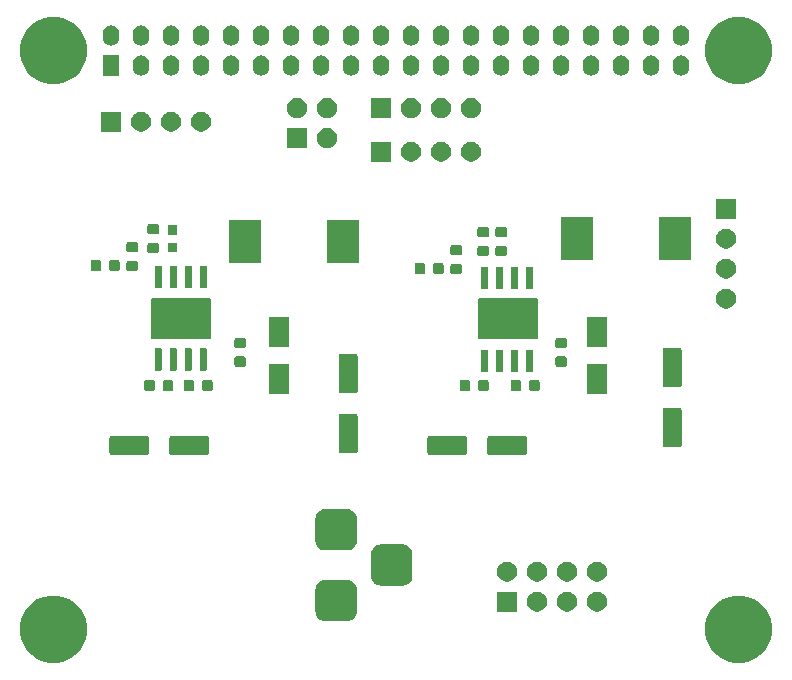
<source format=gts>
G04 #@! TF.GenerationSoftware,KiCad,Pcbnew,(5.1.6-0-10_14)*
G04 #@! TF.CreationDate,2021-09-09T15:00:30-05:00*
G04 #@! TF.ProjectId,2019-Pi-Power,32303139-2d50-4692-9d50-6f7765722e6b,rev?*
G04 #@! TF.SameCoordinates,Original*
G04 #@! TF.FileFunction,Soldermask,Top*
G04 #@! TF.FilePolarity,Negative*
%FSLAX46Y46*%
G04 Gerber Fmt 4.6, Leading zero omitted, Abs format (unit mm)*
G04 Created by KiCad (PCBNEW (5.1.6-0-10_14)) date 2021-09-09 15:00:30*
%MOMM*%
%LPD*%
G01*
G04 APERTURE LIST*
%ADD10C,0.150000*%
G04 APERTURE END LIST*
D10*
G36*
X244450000Y-121806000D02*
G01*
X239497000Y-121806000D01*
X239497000Y-118504000D01*
X244450000Y-118504000D01*
X244450000Y-121806000D01*
G37*
X244450000Y-121806000D02*
X239497000Y-121806000D01*
X239497000Y-118504000D01*
X244450000Y-118504000D01*
X244450000Y-121806000D01*
G36*
X216764000Y-121806000D02*
G01*
X211811000Y-121806000D01*
X211811000Y-118504000D01*
X216764000Y-118504000D01*
X216764000Y-121806000D01*
G37*
X216764000Y-121806000D02*
X211811000Y-121806000D01*
X211811000Y-118504000D01*
X216764000Y-118504000D01*
X216764000Y-121806000D01*
G36*
X262331313Y-143759523D02*
G01*
X262849980Y-143974362D01*
X262849981Y-143974363D01*
X263316769Y-144286260D01*
X263713740Y-144683231D01*
X263908917Y-144975335D01*
X264025638Y-145150020D01*
X264240477Y-145668687D01*
X264350000Y-146219298D01*
X264350000Y-146780702D01*
X264240477Y-147331313D01*
X264025638Y-147849980D01*
X264025637Y-147849981D01*
X263713740Y-148316769D01*
X263316769Y-148713740D01*
X263004871Y-148922143D01*
X262849980Y-149025638D01*
X262331313Y-149240477D01*
X261780702Y-149350000D01*
X261219298Y-149350000D01*
X260668687Y-149240477D01*
X260150020Y-149025638D01*
X259995129Y-148922143D01*
X259683231Y-148713740D01*
X259286260Y-148316769D01*
X258974363Y-147849981D01*
X258974362Y-147849980D01*
X258759523Y-147331313D01*
X258650000Y-146780702D01*
X258650000Y-146219298D01*
X258759523Y-145668687D01*
X258974362Y-145150020D01*
X259091083Y-144975335D01*
X259286260Y-144683231D01*
X259683231Y-144286260D01*
X260150019Y-143974363D01*
X260150020Y-143974362D01*
X260668687Y-143759523D01*
X261219298Y-143650000D01*
X261780702Y-143650000D01*
X262331313Y-143759523D01*
G37*
G36*
X204331313Y-143759523D02*
G01*
X204849980Y-143974362D01*
X204849981Y-143974363D01*
X205316769Y-144286260D01*
X205713740Y-144683231D01*
X205908917Y-144975335D01*
X206025638Y-145150020D01*
X206240477Y-145668687D01*
X206350000Y-146219298D01*
X206350000Y-146780702D01*
X206240477Y-147331313D01*
X206025638Y-147849980D01*
X206025637Y-147849981D01*
X205713740Y-148316769D01*
X205316769Y-148713740D01*
X205004871Y-148922143D01*
X204849980Y-149025638D01*
X204331313Y-149240477D01*
X203780702Y-149350000D01*
X203219298Y-149350000D01*
X202668687Y-149240477D01*
X202150020Y-149025638D01*
X201995129Y-148922143D01*
X201683231Y-148713740D01*
X201286260Y-148316769D01*
X200974363Y-147849981D01*
X200974362Y-147849980D01*
X200759523Y-147331313D01*
X200650000Y-146780702D01*
X200650000Y-146219298D01*
X200759523Y-145668687D01*
X200974362Y-145150020D01*
X201091083Y-144975335D01*
X201286260Y-144683231D01*
X201683231Y-144286260D01*
X202150019Y-143974363D01*
X202150020Y-143974362D01*
X202668687Y-143759523D01*
X203219298Y-143650000D01*
X203780702Y-143650000D01*
X204331313Y-143759523D01*
G37*
G36*
X228527891Y-142328205D02*
G01*
X228680202Y-142374408D01*
X228820565Y-142449433D01*
X228943597Y-142550403D01*
X229044567Y-142673435D01*
X229119592Y-142813798D01*
X229165795Y-142966109D01*
X229182000Y-143130640D01*
X229182000Y-144993360D01*
X229165795Y-145157891D01*
X229119592Y-145310202D01*
X229044567Y-145450565D01*
X228943597Y-145573597D01*
X228820565Y-145674567D01*
X228680202Y-145749592D01*
X228527891Y-145795795D01*
X228363360Y-145812000D01*
X226500640Y-145812000D01*
X226336109Y-145795795D01*
X226183798Y-145749592D01*
X226043435Y-145674567D01*
X225920403Y-145573597D01*
X225819433Y-145450565D01*
X225744408Y-145310202D01*
X225698205Y-145157891D01*
X225682000Y-144993360D01*
X225682000Y-143130640D01*
X225698205Y-142966109D01*
X225744408Y-142813798D01*
X225819433Y-142673435D01*
X225920403Y-142550403D01*
X226043435Y-142449433D01*
X226183798Y-142374408D01*
X226336109Y-142328205D01*
X226500640Y-142312000D01*
X228363360Y-142312000D01*
X228527891Y-142328205D01*
G37*
G36*
X249777935Y-143340664D02*
G01*
X249932624Y-143404739D01*
X249932626Y-143404740D01*
X250071844Y-143497762D01*
X250190238Y-143616156D01*
X250283260Y-143755374D01*
X250283261Y-143755376D01*
X250347336Y-143910065D01*
X250380000Y-144074281D01*
X250380000Y-144241719D01*
X250347336Y-144405935D01*
X250283261Y-144560624D01*
X250283260Y-144560626D01*
X250190238Y-144699844D01*
X250071844Y-144818238D01*
X249932626Y-144911260D01*
X249932625Y-144911261D01*
X249932624Y-144911261D01*
X249777935Y-144975336D01*
X249613719Y-145008000D01*
X249446281Y-145008000D01*
X249282065Y-144975336D01*
X249127376Y-144911261D01*
X249127375Y-144911261D01*
X249127374Y-144911260D01*
X248988156Y-144818238D01*
X248869762Y-144699844D01*
X248776740Y-144560626D01*
X248776739Y-144560624D01*
X248712664Y-144405935D01*
X248680000Y-144241719D01*
X248680000Y-144074281D01*
X248712664Y-143910065D01*
X248776739Y-143755376D01*
X248776740Y-143755374D01*
X248869762Y-143616156D01*
X248988156Y-143497762D01*
X249127374Y-143404740D01*
X249127376Y-143404739D01*
X249282065Y-143340664D01*
X249446281Y-143308000D01*
X249613719Y-143308000D01*
X249777935Y-143340664D01*
G37*
G36*
X247237935Y-143340664D02*
G01*
X247392624Y-143404739D01*
X247392626Y-143404740D01*
X247531844Y-143497762D01*
X247650238Y-143616156D01*
X247743260Y-143755374D01*
X247743261Y-143755376D01*
X247807336Y-143910065D01*
X247840000Y-144074281D01*
X247840000Y-144241719D01*
X247807336Y-144405935D01*
X247743261Y-144560624D01*
X247743260Y-144560626D01*
X247650238Y-144699844D01*
X247531844Y-144818238D01*
X247392626Y-144911260D01*
X247392625Y-144911261D01*
X247392624Y-144911261D01*
X247237935Y-144975336D01*
X247073719Y-145008000D01*
X246906281Y-145008000D01*
X246742065Y-144975336D01*
X246587376Y-144911261D01*
X246587375Y-144911261D01*
X246587374Y-144911260D01*
X246448156Y-144818238D01*
X246329762Y-144699844D01*
X246236740Y-144560626D01*
X246236739Y-144560624D01*
X246172664Y-144405935D01*
X246140000Y-144241719D01*
X246140000Y-144074281D01*
X246172664Y-143910065D01*
X246236739Y-143755376D01*
X246236740Y-143755374D01*
X246329762Y-143616156D01*
X246448156Y-143497762D01*
X246587374Y-143404740D01*
X246587376Y-143404739D01*
X246742065Y-143340664D01*
X246906281Y-143308000D01*
X247073719Y-143308000D01*
X247237935Y-143340664D01*
G37*
G36*
X244697935Y-143340664D02*
G01*
X244852624Y-143404739D01*
X244852626Y-143404740D01*
X244991844Y-143497762D01*
X245110238Y-143616156D01*
X245203260Y-143755374D01*
X245203261Y-143755376D01*
X245267336Y-143910065D01*
X245300000Y-144074281D01*
X245300000Y-144241719D01*
X245267336Y-144405935D01*
X245203261Y-144560624D01*
X245203260Y-144560626D01*
X245110238Y-144699844D01*
X244991844Y-144818238D01*
X244852626Y-144911260D01*
X244852625Y-144911261D01*
X244852624Y-144911261D01*
X244697935Y-144975336D01*
X244533719Y-145008000D01*
X244366281Y-145008000D01*
X244202065Y-144975336D01*
X244047376Y-144911261D01*
X244047375Y-144911261D01*
X244047374Y-144911260D01*
X243908156Y-144818238D01*
X243789762Y-144699844D01*
X243696740Y-144560626D01*
X243696739Y-144560624D01*
X243632664Y-144405935D01*
X243600000Y-144241719D01*
X243600000Y-144074281D01*
X243632664Y-143910065D01*
X243696739Y-143755376D01*
X243696740Y-143755374D01*
X243789762Y-143616156D01*
X243908156Y-143497762D01*
X244047374Y-143404740D01*
X244047376Y-143404739D01*
X244202065Y-143340664D01*
X244366281Y-143308000D01*
X244533719Y-143308000D01*
X244697935Y-143340664D01*
G37*
G36*
X242760000Y-145008000D02*
G01*
X241060000Y-145008000D01*
X241060000Y-143308000D01*
X242760000Y-143308000D01*
X242760000Y-145008000D01*
G37*
G36*
X233227891Y-139328205D02*
G01*
X233380202Y-139374408D01*
X233520565Y-139449433D01*
X233643597Y-139550403D01*
X233744567Y-139673435D01*
X233819592Y-139813798D01*
X233865795Y-139966109D01*
X233882000Y-140130640D01*
X233882000Y-141993360D01*
X233865795Y-142157891D01*
X233819592Y-142310202D01*
X233744567Y-142450565D01*
X233643597Y-142573597D01*
X233520565Y-142674567D01*
X233380202Y-142749592D01*
X233227891Y-142795795D01*
X233063360Y-142812000D01*
X231200640Y-142812000D01*
X231036109Y-142795795D01*
X230883798Y-142749592D01*
X230743435Y-142674567D01*
X230620403Y-142573597D01*
X230519433Y-142450565D01*
X230444408Y-142310202D01*
X230398205Y-142157891D01*
X230382000Y-141993360D01*
X230382000Y-140130640D01*
X230398205Y-139966109D01*
X230444408Y-139813798D01*
X230519433Y-139673435D01*
X230620403Y-139550403D01*
X230743435Y-139449433D01*
X230883798Y-139374408D01*
X231036109Y-139328205D01*
X231200640Y-139312000D01*
X233063360Y-139312000D01*
X233227891Y-139328205D01*
G37*
G36*
X244697935Y-140800664D02*
G01*
X244852624Y-140864739D01*
X244852626Y-140864740D01*
X244991844Y-140957762D01*
X245110238Y-141076156D01*
X245203260Y-141215374D01*
X245203261Y-141215376D01*
X245267336Y-141370065D01*
X245300000Y-141534281D01*
X245300000Y-141701719D01*
X245267336Y-141865935D01*
X245214554Y-141993360D01*
X245203260Y-142020626D01*
X245110238Y-142159844D01*
X244991844Y-142278238D01*
X244852626Y-142371260D01*
X244852625Y-142371261D01*
X244852624Y-142371261D01*
X244697935Y-142435336D01*
X244533719Y-142468000D01*
X244366281Y-142468000D01*
X244202065Y-142435336D01*
X244047376Y-142371261D01*
X244047375Y-142371261D01*
X244047374Y-142371260D01*
X243908156Y-142278238D01*
X243789762Y-142159844D01*
X243696740Y-142020626D01*
X243685446Y-141993360D01*
X243632664Y-141865935D01*
X243600000Y-141701719D01*
X243600000Y-141534281D01*
X243632664Y-141370065D01*
X243696739Y-141215376D01*
X243696740Y-141215374D01*
X243789762Y-141076156D01*
X243908156Y-140957762D01*
X244047374Y-140864740D01*
X244047376Y-140864739D01*
X244202065Y-140800664D01*
X244366281Y-140768000D01*
X244533719Y-140768000D01*
X244697935Y-140800664D01*
G37*
G36*
X242157935Y-140800664D02*
G01*
X242312624Y-140864739D01*
X242312626Y-140864740D01*
X242451844Y-140957762D01*
X242570238Y-141076156D01*
X242663260Y-141215374D01*
X242663261Y-141215376D01*
X242727336Y-141370065D01*
X242760000Y-141534281D01*
X242760000Y-141701719D01*
X242727336Y-141865935D01*
X242674554Y-141993360D01*
X242663260Y-142020626D01*
X242570238Y-142159844D01*
X242451844Y-142278238D01*
X242312626Y-142371260D01*
X242312625Y-142371261D01*
X242312624Y-142371261D01*
X242157935Y-142435336D01*
X241993719Y-142468000D01*
X241826281Y-142468000D01*
X241662065Y-142435336D01*
X241507376Y-142371261D01*
X241507375Y-142371261D01*
X241507374Y-142371260D01*
X241368156Y-142278238D01*
X241249762Y-142159844D01*
X241156740Y-142020626D01*
X241145446Y-141993360D01*
X241092664Y-141865935D01*
X241060000Y-141701719D01*
X241060000Y-141534281D01*
X241092664Y-141370065D01*
X241156739Y-141215376D01*
X241156740Y-141215374D01*
X241249762Y-141076156D01*
X241368156Y-140957762D01*
X241507374Y-140864740D01*
X241507376Y-140864739D01*
X241662065Y-140800664D01*
X241826281Y-140768000D01*
X241993719Y-140768000D01*
X242157935Y-140800664D01*
G37*
G36*
X249777935Y-140800664D02*
G01*
X249932624Y-140864739D01*
X249932626Y-140864740D01*
X250071844Y-140957762D01*
X250190238Y-141076156D01*
X250283260Y-141215374D01*
X250283261Y-141215376D01*
X250347336Y-141370065D01*
X250380000Y-141534281D01*
X250380000Y-141701719D01*
X250347336Y-141865935D01*
X250294554Y-141993360D01*
X250283260Y-142020626D01*
X250190238Y-142159844D01*
X250071844Y-142278238D01*
X249932626Y-142371260D01*
X249932625Y-142371261D01*
X249932624Y-142371261D01*
X249777935Y-142435336D01*
X249613719Y-142468000D01*
X249446281Y-142468000D01*
X249282065Y-142435336D01*
X249127376Y-142371261D01*
X249127375Y-142371261D01*
X249127374Y-142371260D01*
X248988156Y-142278238D01*
X248869762Y-142159844D01*
X248776740Y-142020626D01*
X248765446Y-141993360D01*
X248712664Y-141865935D01*
X248680000Y-141701719D01*
X248680000Y-141534281D01*
X248712664Y-141370065D01*
X248776739Y-141215376D01*
X248776740Y-141215374D01*
X248869762Y-141076156D01*
X248988156Y-140957762D01*
X249127374Y-140864740D01*
X249127376Y-140864739D01*
X249282065Y-140800664D01*
X249446281Y-140768000D01*
X249613719Y-140768000D01*
X249777935Y-140800664D01*
G37*
G36*
X247237935Y-140800664D02*
G01*
X247392624Y-140864739D01*
X247392626Y-140864740D01*
X247531844Y-140957762D01*
X247650238Y-141076156D01*
X247743260Y-141215374D01*
X247743261Y-141215376D01*
X247807336Y-141370065D01*
X247840000Y-141534281D01*
X247840000Y-141701719D01*
X247807336Y-141865935D01*
X247754554Y-141993360D01*
X247743260Y-142020626D01*
X247650238Y-142159844D01*
X247531844Y-142278238D01*
X247392626Y-142371260D01*
X247392625Y-142371261D01*
X247392624Y-142371261D01*
X247237935Y-142435336D01*
X247073719Y-142468000D01*
X246906281Y-142468000D01*
X246742065Y-142435336D01*
X246587376Y-142371261D01*
X246587375Y-142371261D01*
X246587374Y-142371260D01*
X246448156Y-142278238D01*
X246329762Y-142159844D01*
X246236740Y-142020626D01*
X246225446Y-141993360D01*
X246172664Y-141865935D01*
X246140000Y-141701719D01*
X246140000Y-141534281D01*
X246172664Y-141370065D01*
X246236739Y-141215376D01*
X246236740Y-141215374D01*
X246329762Y-141076156D01*
X246448156Y-140957762D01*
X246587374Y-140864740D01*
X246587376Y-140864739D01*
X246742065Y-140800664D01*
X246906281Y-140768000D01*
X247073719Y-140768000D01*
X247237935Y-140800664D01*
G37*
G36*
X228527891Y-136328205D02*
G01*
X228680202Y-136374408D01*
X228820565Y-136449433D01*
X228943597Y-136550403D01*
X229044567Y-136673435D01*
X229119592Y-136813798D01*
X229165795Y-136966109D01*
X229182000Y-137130640D01*
X229182000Y-138993360D01*
X229165795Y-139157891D01*
X229119592Y-139310202D01*
X229044567Y-139450565D01*
X228943597Y-139573597D01*
X228820565Y-139674567D01*
X228680202Y-139749592D01*
X228527891Y-139795795D01*
X228363360Y-139812000D01*
X226500640Y-139812000D01*
X226336109Y-139795795D01*
X226183798Y-139749592D01*
X226043435Y-139674567D01*
X225920403Y-139573597D01*
X225819433Y-139450565D01*
X225744408Y-139310202D01*
X225698205Y-139157891D01*
X225682000Y-138993360D01*
X225682000Y-137130640D01*
X225698205Y-136966109D01*
X225744408Y-136813798D01*
X225819433Y-136673435D01*
X225920403Y-136550403D01*
X226043435Y-136449433D01*
X226183798Y-136374408D01*
X226336109Y-136328205D01*
X226500640Y-136312000D01*
X228363360Y-136312000D01*
X228527891Y-136328205D01*
G37*
G36*
X216513825Y-130153745D02*
G01*
X216544490Y-130163048D01*
X216572748Y-130178152D01*
X216597519Y-130198481D01*
X216617848Y-130223252D01*
X216632952Y-130251510D01*
X216642255Y-130282175D01*
X216646000Y-130320203D01*
X216646000Y-131579797D01*
X216642255Y-131617825D01*
X216632952Y-131648490D01*
X216617848Y-131676748D01*
X216597519Y-131701519D01*
X216572748Y-131721848D01*
X216544490Y-131736952D01*
X216513825Y-131746255D01*
X216475797Y-131750000D01*
X213491203Y-131750000D01*
X213453175Y-131746255D01*
X213422510Y-131736952D01*
X213394252Y-131721848D01*
X213369481Y-131701519D01*
X213349152Y-131676748D01*
X213334048Y-131648490D01*
X213324745Y-131617825D01*
X213321000Y-131579797D01*
X213321000Y-130320203D01*
X213324745Y-130282175D01*
X213334048Y-130251510D01*
X213349152Y-130223252D01*
X213369481Y-130198481D01*
X213394252Y-130178152D01*
X213422510Y-130163048D01*
X213453175Y-130153745D01*
X213491203Y-130150000D01*
X216475797Y-130150000D01*
X216513825Y-130153745D01*
G37*
G36*
X211438825Y-130153745D02*
G01*
X211469490Y-130163048D01*
X211497748Y-130178152D01*
X211522519Y-130198481D01*
X211542848Y-130223252D01*
X211557952Y-130251510D01*
X211567255Y-130282175D01*
X211571000Y-130320203D01*
X211571000Y-131579797D01*
X211567255Y-131617825D01*
X211557952Y-131648490D01*
X211542848Y-131676748D01*
X211522519Y-131701519D01*
X211497748Y-131721848D01*
X211469490Y-131736952D01*
X211438825Y-131746255D01*
X211400797Y-131750000D01*
X208416203Y-131750000D01*
X208378175Y-131746255D01*
X208347510Y-131736952D01*
X208319252Y-131721848D01*
X208294481Y-131701519D01*
X208274152Y-131676748D01*
X208259048Y-131648490D01*
X208249745Y-131617825D01*
X208246000Y-131579797D01*
X208246000Y-130320203D01*
X208249745Y-130282175D01*
X208259048Y-130251510D01*
X208274152Y-130223252D01*
X208294481Y-130198481D01*
X208319252Y-130178152D01*
X208347510Y-130163048D01*
X208378175Y-130153745D01*
X208416203Y-130150000D01*
X211400797Y-130150000D01*
X211438825Y-130153745D01*
G37*
G36*
X243437825Y-130153745D02*
G01*
X243468490Y-130163048D01*
X243496748Y-130178152D01*
X243521519Y-130198481D01*
X243541848Y-130223252D01*
X243556952Y-130251510D01*
X243566255Y-130282175D01*
X243570000Y-130320203D01*
X243570000Y-131579797D01*
X243566255Y-131617825D01*
X243556952Y-131648490D01*
X243541848Y-131676748D01*
X243521519Y-131701519D01*
X243496748Y-131721848D01*
X243468490Y-131736952D01*
X243437825Y-131746255D01*
X243399797Y-131750000D01*
X240415203Y-131750000D01*
X240377175Y-131746255D01*
X240346510Y-131736952D01*
X240318252Y-131721848D01*
X240293481Y-131701519D01*
X240273152Y-131676748D01*
X240258048Y-131648490D01*
X240248745Y-131617825D01*
X240245000Y-131579797D01*
X240245000Y-130320203D01*
X240248745Y-130282175D01*
X240258048Y-130251510D01*
X240273152Y-130223252D01*
X240293481Y-130198481D01*
X240318252Y-130178152D01*
X240346510Y-130163048D01*
X240377175Y-130153745D01*
X240415203Y-130150000D01*
X243399797Y-130150000D01*
X243437825Y-130153745D01*
G37*
G36*
X238362825Y-130153745D02*
G01*
X238393490Y-130163048D01*
X238421748Y-130178152D01*
X238446519Y-130198481D01*
X238466848Y-130223252D01*
X238481952Y-130251510D01*
X238491255Y-130282175D01*
X238495000Y-130320203D01*
X238495000Y-131579797D01*
X238491255Y-131617825D01*
X238481952Y-131648490D01*
X238466848Y-131676748D01*
X238446519Y-131701519D01*
X238421748Y-131721848D01*
X238393490Y-131736952D01*
X238362825Y-131746255D01*
X238324797Y-131750000D01*
X235340203Y-131750000D01*
X235302175Y-131746255D01*
X235271510Y-131736952D01*
X235243252Y-131721848D01*
X235218481Y-131701519D01*
X235198152Y-131676748D01*
X235183048Y-131648490D01*
X235173745Y-131617825D01*
X235170000Y-131579797D01*
X235170000Y-130320203D01*
X235173745Y-130282175D01*
X235183048Y-130251510D01*
X235198152Y-130223252D01*
X235218481Y-130198481D01*
X235243252Y-130178152D01*
X235271510Y-130163048D01*
X235302175Y-130153745D01*
X235340203Y-130150000D01*
X238324797Y-130150000D01*
X238362825Y-130153745D01*
G37*
G36*
X229115825Y-128272745D02*
G01*
X229146490Y-128282048D01*
X229174748Y-128297152D01*
X229199519Y-128317481D01*
X229219848Y-128342252D01*
X229234952Y-128370510D01*
X229244255Y-128401175D01*
X229248000Y-128439203D01*
X229248000Y-131423797D01*
X229244255Y-131461825D01*
X229234952Y-131492490D01*
X229219848Y-131520748D01*
X229199519Y-131545519D01*
X229174748Y-131565848D01*
X229146490Y-131580952D01*
X229115825Y-131590255D01*
X229077797Y-131594000D01*
X227818203Y-131594000D01*
X227780175Y-131590255D01*
X227749510Y-131580952D01*
X227721252Y-131565848D01*
X227696481Y-131545519D01*
X227676152Y-131520748D01*
X227661048Y-131492490D01*
X227651745Y-131461825D01*
X227648000Y-131423797D01*
X227648000Y-128439203D01*
X227651745Y-128401175D01*
X227661048Y-128370510D01*
X227676152Y-128342252D01*
X227696481Y-128317481D01*
X227721252Y-128297152D01*
X227749510Y-128282048D01*
X227780175Y-128272745D01*
X227818203Y-128269000D01*
X229077797Y-128269000D01*
X229115825Y-128272745D01*
G37*
G36*
X256547825Y-127764745D02*
G01*
X256578490Y-127774048D01*
X256606748Y-127789152D01*
X256631519Y-127809481D01*
X256651848Y-127834252D01*
X256666952Y-127862510D01*
X256676255Y-127893175D01*
X256680000Y-127931203D01*
X256680000Y-130915797D01*
X256676255Y-130953825D01*
X256666952Y-130984490D01*
X256651848Y-131012748D01*
X256631519Y-131037519D01*
X256606748Y-131057848D01*
X256578490Y-131072952D01*
X256547825Y-131082255D01*
X256509797Y-131086000D01*
X255250203Y-131086000D01*
X255212175Y-131082255D01*
X255181510Y-131072952D01*
X255153252Y-131057848D01*
X255128481Y-131037519D01*
X255108152Y-131012748D01*
X255093048Y-130984490D01*
X255083745Y-130953825D01*
X255080000Y-130915797D01*
X255080000Y-127931203D01*
X255083745Y-127893175D01*
X255093048Y-127862510D01*
X255108152Y-127834252D01*
X255128481Y-127809481D01*
X255153252Y-127789152D01*
X255181510Y-127774048D01*
X255212175Y-127764745D01*
X255250203Y-127761000D01*
X256509797Y-127761000D01*
X256547825Y-127764745D01*
G37*
G36*
X223456000Y-126580000D02*
G01*
X221756000Y-126580000D01*
X221756000Y-124080000D01*
X223456000Y-124080000D01*
X223456000Y-126580000D01*
G37*
G36*
X250380000Y-126580000D02*
G01*
X248680000Y-126580000D01*
X248680000Y-124080000D01*
X250380000Y-124080000D01*
X250380000Y-126580000D01*
G37*
G36*
X229115825Y-123197745D02*
G01*
X229146490Y-123207048D01*
X229174748Y-123222152D01*
X229199519Y-123242481D01*
X229219848Y-123267252D01*
X229234952Y-123295510D01*
X229244255Y-123326175D01*
X229248000Y-123364203D01*
X229248000Y-126348797D01*
X229244255Y-126386825D01*
X229234952Y-126417490D01*
X229219848Y-126445748D01*
X229199519Y-126470519D01*
X229174748Y-126490848D01*
X229146490Y-126505952D01*
X229115825Y-126515255D01*
X229077797Y-126519000D01*
X227818203Y-126519000D01*
X227780175Y-126515255D01*
X227749510Y-126505952D01*
X227721252Y-126490848D01*
X227696481Y-126470519D01*
X227676152Y-126445748D01*
X227661048Y-126417490D01*
X227651745Y-126386825D01*
X227648000Y-126348797D01*
X227648000Y-123364203D01*
X227651745Y-123326175D01*
X227661048Y-123295510D01*
X227676152Y-123267252D01*
X227696481Y-123242481D01*
X227721252Y-123222152D01*
X227749510Y-123207048D01*
X227780175Y-123197745D01*
X227818203Y-123194000D01*
X229077797Y-123194000D01*
X229115825Y-123197745D01*
G37*
G36*
X211944616Y-125398595D02*
G01*
X211973811Y-125407452D01*
X212000723Y-125421837D01*
X212024308Y-125441192D01*
X212043663Y-125464777D01*
X212058048Y-125491689D01*
X212066905Y-125520884D01*
X212070500Y-125557390D01*
X212070500Y-126182610D01*
X212066905Y-126219116D01*
X212058048Y-126248311D01*
X212043663Y-126275223D01*
X212024308Y-126298808D01*
X212000723Y-126318163D01*
X211973811Y-126332548D01*
X211944616Y-126341405D01*
X211908110Y-126345000D01*
X211357890Y-126345000D01*
X211321384Y-126341405D01*
X211292189Y-126332548D01*
X211265277Y-126318163D01*
X211241692Y-126298808D01*
X211222337Y-126275223D01*
X211207952Y-126248311D01*
X211199095Y-126219116D01*
X211195500Y-126182610D01*
X211195500Y-125557390D01*
X211199095Y-125520884D01*
X211207952Y-125491689D01*
X211222337Y-125464777D01*
X211241692Y-125441192D01*
X211265277Y-125421837D01*
X211292189Y-125407452D01*
X211321384Y-125398595D01*
X211357890Y-125395000D01*
X211908110Y-125395000D01*
X211944616Y-125398595D01*
G37*
G36*
X213519616Y-125398595D02*
G01*
X213548811Y-125407452D01*
X213575723Y-125421837D01*
X213599308Y-125441192D01*
X213618663Y-125464777D01*
X213633048Y-125491689D01*
X213641905Y-125520884D01*
X213645500Y-125557390D01*
X213645500Y-126182610D01*
X213641905Y-126219116D01*
X213633048Y-126248311D01*
X213618663Y-126275223D01*
X213599308Y-126298808D01*
X213575723Y-126318163D01*
X213548811Y-126332548D01*
X213519616Y-126341405D01*
X213483110Y-126345000D01*
X212932890Y-126345000D01*
X212896384Y-126341405D01*
X212867189Y-126332548D01*
X212840277Y-126318163D01*
X212816692Y-126298808D01*
X212797337Y-126275223D01*
X212782952Y-126248311D01*
X212774095Y-126219116D01*
X212770500Y-126182610D01*
X212770500Y-125557390D01*
X212774095Y-125520884D01*
X212782952Y-125491689D01*
X212797337Y-125464777D01*
X212816692Y-125441192D01*
X212840277Y-125421837D01*
X212867189Y-125407452D01*
X212896384Y-125398595D01*
X212932890Y-125395000D01*
X213483110Y-125395000D01*
X213519616Y-125398595D01*
G37*
G36*
X240215116Y-125398595D02*
G01*
X240244311Y-125407452D01*
X240271223Y-125421837D01*
X240294808Y-125441192D01*
X240314163Y-125464777D01*
X240328548Y-125491689D01*
X240337405Y-125520884D01*
X240341000Y-125557390D01*
X240341000Y-126182610D01*
X240337405Y-126219116D01*
X240328548Y-126248311D01*
X240314163Y-126275223D01*
X240294808Y-126298808D01*
X240271223Y-126318163D01*
X240244311Y-126332548D01*
X240215116Y-126341405D01*
X240178610Y-126345000D01*
X239628390Y-126345000D01*
X239591884Y-126341405D01*
X239562689Y-126332548D01*
X239535777Y-126318163D01*
X239512192Y-126298808D01*
X239492837Y-126275223D01*
X239478452Y-126248311D01*
X239469595Y-126219116D01*
X239466000Y-126182610D01*
X239466000Y-125557390D01*
X239469595Y-125520884D01*
X239478452Y-125491689D01*
X239492837Y-125464777D01*
X239512192Y-125441192D01*
X239535777Y-125421837D01*
X239562689Y-125407452D01*
X239591884Y-125398595D01*
X239628390Y-125395000D01*
X240178610Y-125395000D01*
X240215116Y-125398595D01*
G37*
G36*
X238640116Y-125398595D02*
G01*
X238669311Y-125407452D01*
X238696223Y-125421837D01*
X238719808Y-125441192D01*
X238739163Y-125464777D01*
X238753548Y-125491689D01*
X238762405Y-125520884D01*
X238766000Y-125557390D01*
X238766000Y-126182610D01*
X238762405Y-126219116D01*
X238753548Y-126248311D01*
X238739163Y-126275223D01*
X238719808Y-126298808D01*
X238696223Y-126318163D01*
X238669311Y-126332548D01*
X238640116Y-126341405D01*
X238603610Y-126345000D01*
X238053390Y-126345000D01*
X238016884Y-126341405D01*
X237987689Y-126332548D01*
X237960777Y-126318163D01*
X237937192Y-126298808D01*
X237917837Y-126275223D01*
X237903452Y-126248311D01*
X237894595Y-126219116D01*
X237891000Y-126182610D01*
X237891000Y-125557390D01*
X237894595Y-125520884D01*
X237903452Y-125491689D01*
X237917837Y-125464777D01*
X237937192Y-125441192D01*
X237960777Y-125421837D01*
X237987689Y-125407452D01*
X238016884Y-125398595D01*
X238053390Y-125395000D01*
X238603610Y-125395000D01*
X238640116Y-125398595D01*
G37*
G36*
X215272116Y-125398595D02*
G01*
X215301311Y-125407452D01*
X215328223Y-125421837D01*
X215351808Y-125441192D01*
X215371163Y-125464777D01*
X215385548Y-125491689D01*
X215394405Y-125520884D01*
X215398000Y-125557390D01*
X215398000Y-126182610D01*
X215394405Y-126219116D01*
X215385548Y-126248311D01*
X215371163Y-126275223D01*
X215351808Y-126298808D01*
X215328223Y-126318163D01*
X215301311Y-126332548D01*
X215272116Y-126341405D01*
X215235610Y-126345000D01*
X214685390Y-126345000D01*
X214648884Y-126341405D01*
X214619689Y-126332548D01*
X214592777Y-126318163D01*
X214569192Y-126298808D01*
X214549837Y-126275223D01*
X214535452Y-126248311D01*
X214526595Y-126219116D01*
X214523000Y-126182610D01*
X214523000Y-125557390D01*
X214526595Y-125520884D01*
X214535452Y-125491689D01*
X214549837Y-125464777D01*
X214569192Y-125441192D01*
X214592777Y-125421837D01*
X214619689Y-125407452D01*
X214648884Y-125398595D01*
X214685390Y-125395000D01*
X215235610Y-125395000D01*
X215272116Y-125398595D01*
G37*
G36*
X244533116Y-125398595D02*
G01*
X244562311Y-125407452D01*
X244589223Y-125421837D01*
X244612808Y-125441192D01*
X244632163Y-125464777D01*
X244646548Y-125491689D01*
X244655405Y-125520884D01*
X244659000Y-125557390D01*
X244659000Y-126182610D01*
X244655405Y-126219116D01*
X244646548Y-126248311D01*
X244632163Y-126275223D01*
X244612808Y-126298808D01*
X244589223Y-126318163D01*
X244562311Y-126332548D01*
X244533116Y-126341405D01*
X244496610Y-126345000D01*
X243946390Y-126345000D01*
X243909884Y-126341405D01*
X243880689Y-126332548D01*
X243853777Y-126318163D01*
X243830192Y-126298808D01*
X243810837Y-126275223D01*
X243796452Y-126248311D01*
X243787595Y-126219116D01*
X243784000Y-126182610D01*
X243784000Y-125557390D01*
X243787595Y-125520884D01*
X243796452Y-125491689D01*
X243810837Y-125464777D01*
X243830192Y-125441192D01*
X243853777Y-125421837D01*
X243880689Y-125407452D01*
X243909884Y-125398595D01*
X243946390Y-125395000D01*
X244496610Y-125395000D01*
X244533116Y-125398595D01*
G37*
G36*
X242958116Y-125398595D02*
G01*
X242987311Y-125407452D01*
X243014223Y-125421837D01*
X243037808Y-125441192D01*
X243057163Y-125464777D01*
X243071548Y-125491689D01*
X243080405Y-125520884D01*
X243084000Y-125557390D01*
X243084000Y-126182610D01*
X243080405Y-126219116D01*
X243071548Y-126248311D01*
X243057163Y-126275223D01*
X243037808Y-126298808D01*
X243014223Y-126318163D01*
X242987311Y-126332548D01*
X242958116Y-126341405D01*
X242921610Y-126345000D01*
X242371390Y-126345000D01*
X242334884Y-126341405D01*
X242305689Y-126332548D01*
X242278777Y-126318163D01*
X242255192Y-126298808D01*
X242235837Y-126275223D01*
X242221452Y-126248311D01*
X242212595Y-126219116D01*
X242209000Y-126182610D01*
X242209000Y-125557390D01*
X242212595Y-125520884D01*
X242221452Y-125491689D01*
X242235837Y-125464777D01*
X242255192Y-125441192D01*
X242278777Y-125421837D01*
X242305689Y-125407452D01*
X242334884Y-125398595D01*
X242371390Y-125395000D01*
X242921610Y-125395000D01*
X242958116Y-125398595D01*
G37*
G36*
X216847116Y-125398595D02*
G01*
X216876311Y-125407452D01*
X216903223Y-125421837D01*
X216926808Y-125441192D01*
X216946163Y-125464777D01*
X216960548Y-125491689D01*
X216969405Y-125520884D01*
X216973000Y-125557390D01*
X216973000Y-126182610D01*
X216969405Y-126219116D01*
X216960548Y-126248311D01*
X216946163Y-126275223D01*
X216926808Y-126298808D01*
X216903223Y-126318163D01*
X216876311Y-126332548D01*
X216847116Y-126341405D01*
X216810610Y-126345000D01*
X216260390Y-126345000D01*
X216223884Y-126341405D01*
X216194689Y-126332548D01*
X216167777Y-126318163D01*
X216144192Y-126298808D01*
X216124837Y-126275223D01*
X216110452Y-126248311D01*
X216101595Y-126219116D01*
X216098000Y-126182610D01*
X216098000Y-125557390D01*
X216101595Y-125520884D01*
X216110452Y-125491689D01*
X216124837Y-125464777D01*
X216144192Y-125441192D01*
X216167777Y-125421837D01*
X216194689Y-125407452D01*
X216223884Y-125398595D01*
X216260390Y-125395000D01*
X216810610Y-125395000D01*
X216847116Y-125398595D01*
G37*
G36*
X256547825Y-122689745D02*
G01*
X256578490Y-122699048D01*
X256606748Y-122714152D01*
X256631519Y-122734481D01*
X256651848Y-122759252D01*
X256666952Y-122787510D01*
X256676255Y-122818175D01*
X256680000Y-122856203D01*
X256680000Y-125840797D01*
X256676255Y-125878825D01*
X256666952Y-125909490D01*
X256651848Y-125937748D01*
X256631519Y-125962519D01*
X256606748Y-125982848D01*
X256578490Y-125997952D01*
X256547825Y-126007255D01*
X256509797Y-126011000D01*
X255250203Y-126011000D01*
X255212175Y-126007255D01*
X255181510Y-125997952D01*
X255153252Y-125982848D01*
X255128481Y-125962519D01*
X255108152Y-125937748D01*
X255093048Y-125909490D01*
X255083745Y-125878825D01*
X255080000Y-125840797D01*
X255080000Y-122856203D01*
X255083745Y-122818175D01*
X255093048Y-122787510D01*
X255108152Y-122759252D01*
X255128481Y-122734481D01*
X255153252Y-122714152D01*
X255181510Y-122699048D01*
X255212175Y-122689745D01*
X255250203Y-122686000D01*
X256509797Y-122686000D01*
X256547825Y-122689745D01*
G37*
G36*
X244044453Y-122834274D02*
G01*
X244060753Y-122839219D01*
X244075775Y-122847249D01*
X244088944Y-122858056D01*
X244099751Y-122871225D01*
X244107781Y-122886247D01*
X244112726Y-122902547D01*
X244115000Y-122925640D01*
X244115000Y-124638360D01*
X244112726Y-124661453D01*
X244107781Y-124677753D01*
X244099751Y-124692775D01*
X244088944Y-124705944D01*
X244075775Y-124716751D01*
X244060753Y-124724781D01*
X244044453Y-124729726D01*
X244021360Y-124732000D01*
X243608640Y-124732000D01*
X243585547Y-124729726D01*
X243569247Y-124724781D01*
X243554225Y-124716751D01*
X243541056Y-124705944D01*
X243530249Y-124692775D01*
X243522219Y-124677753D01*
X243517274Y-124661453D01*
X243515000Y-124638360D01*
X243515000Y-122925640D01*
X243517274Y-122902547D01*
X243522219Y-122886247D01*
X243530249Y-122871225D01*
X243541056Y-122858056D01*
X243554225Y-122847249D01*
X243569247Y-122839219D01*
X243585547Y-122834274D01*
X243608640Y-122832000D01*
X244021360Y-122832000D01*
X244044453Y-122834274D01*
G37*
G36*
X242774453Y-122834274D02*
G01*
X242790753Y-122839219D01*
X242805775Y-122847249D01*
X242818944Y-122858056D01*
X242829751Y-122871225D01*
X242837781Y-122886247D01*
X242842726Y-122902547D01*
X242845000Y-122925640D01*
X242845000Y-124638360D01*
X242842726Y-124661453D01*
X242837781Y-124677753D01*
X242829751Y-124692775D01*
X242818944Y-124705944D01*
X242805775Y-124716751D01*
X242790753Y-124724781D01*
X242774453Y-124729726D01*
X242751360Y-124732000D01*
X242338640Y-124732000D01*
X242315547Y-124729726D01*
X242299247Y-124724781D01*
X242284225Y-124716751D01*
X242271056Y-124705944D01*
X242260249Y-124692775D01*
X242252219Y-124677753D01*
X242247274Y-124661453D01*
X242245000Y-124638360D01*
X242245000Y-122925640D01*
X242247274Y-122902547D01*
X242252219Y-122886247D01*
X242260249Y-122871225D01*
X242271056Y-122858056D01*
X242284225Y-122847249D01*
X242299247Y-122839219D01*
X242315547Y-122834274D01*
X242338640Y-122832000D01*
X242751360Y-122832000D01*
X242774453Y-122834274D01*
G37*
G36*
X241504453Y-122834274D02*
G01*
X241520753Y-122839219D01*
X241535775Y-122847249D01*
X241548944Y-122858056D01*
X241559751Y-122871225D01*
X241567781Y-122886247D01*
X241572726Y-122902547D01*
X241575000Y-122925640D01*
X241575000Y-124638360D01*
X241572726Y-124661453D01*
X241567781Y-124677753D01*
X241559751Y-124692775D01*
X241548944Y-124705944D01*
X241535775Y-124716751D01*
X241520753Y-124724781D01*
X241504453Y-124729726D01*
X241481360Y-124732000D01*
X241068640Y-124732000D01*
X241045547Y-124729726D01*
X241029247Y-124724781D01*
X241014225Y-124716751D01*
X241001056Y-124705944D01*
X240990249Y-124692775D01*
X240982219Y-124677753D01*
X240977274Y-124661453D01*
X240975000Y-124638360D01*
X240975000Y-122925640D01*
X240977274Y-122902547D01*
X240982219Y-122886247D01*
X240990249Y-122871225D01*
X241001056Y-122858056D01*
X241014225Y-122847249D01*
X241029247Y-122839219D01*
X241045547Y-122834274D01*
X241068640Y-122832000D01*
X241481360Y-122832000D01*
X241504453Y-122834274D01*
G37*
G36*
X240234453Y-122834274D02*
G01*
X240250753Y-122839219D01*
X240265775Y-122847249D01*
X240278944Y-122858056D01*
X240289751Y-122871225D01*
X240297781Y-122886247D01*
X240302726Y-122902547D01*
X240305000Y-122925640D01*
X240305000Y-124638360D01*
X240302726Y-124661453D01*
X240297781Y-124677753D01*
X240289751Y-124692775D01*
X240278944Y-124705944D01*
X240265775Y-124716751D01*
X240250753Y-124724781D01*
X240234453Y-124729726D01*
X240211360Y-124732000D01*
X239798640Y-124732000D01*
X239775547Y-124729726D01*
X239759247Y-124724781D01*
X239744225Y-124716751D01*
X239731056Y-124705944D01*
X239720249Y-124692775D01*
X239712219Y-124677753D01*
X239707274Y-124661453D01*
X239705000Y-124638360D01*
X239705000Y-122925640D01*
X239707274Y-122902547D01*
X239712219Y-122886247D01*
X239720249Y-122871225D01*
X239731056Y-122858056D01*
X239744225Y-122847249D01*
X239759247Y-122839219D01*
X239775547Y-122834274D01*
X239798640Y-122832000D01*
X240211360Y-122832000D01*
X240234453Y-122834274D01*
G37*
G36*
X212611953Y-122707274D02*
G01*
X212628253Y-122712219D01*
X212643275Y-122720249D01*
X212656444Y-122731056D01*
X212667251Y-122744225D01*
X212675281Y-122759247D01*
X212680226Y-122775547D01*
X212682500Y-122798640D01*
X212682500Y-124511360D01*
X212680226Y-124534453D01*
X212675281Y-124550753D01*
X212667251Y-124565775D01*
X212656444Y-124578944D01*
X212643275Y-124589751D01*
X212628253Y-124597781D01*
X212611953Y-124602726D01*
X212588860Y-124605000D01*
X212176140Y-124605000D01*
X212153047Y-124602726D01*
X212136747Y-124597781D01*
X212121725Y-124589751D01*
X212108556Y-124578944D01*
X212097749Y-124565775D01*
X212089719Y-124550753D01*
X212084774Y-124534453D01*
X212082500Y-124511360D01*
X212082500Y-122798640D01*
X212084774Y-122775547D01*
X212089719Y-122759247D01*
X212097749Y-122744225D01*
X212108556Y-122731056D01*
X212121725Y-122720249D01*
X212136747Y-122712219D01*
X212153047Y-122707274D01*
X212176140Y-122705000D01*
X212588860Y-122705000D01*
X212611953Y-122707274D01*
G37*
G36*
X213881953Y-122707274D02*
G01*
X213898253Y-122712219D01*
X213913275Y-122720249D01*
X213926444Y-122731056D01*
X213937251Y-122744225D01*
X213945281Y-122759247D01*
X213950226Y-122775547D01*
X213952500Y-122798640D01*
X213952500Y-124511360D01*
X213950226Y-124534453D01*
X213945281Y-124550753D01*
X213937251Y-124565775D01*
X213926444Y-124578944D01*
X213913275Y-124589751D01*
X213898253Y-124597781D01*
X213881953Y-124602726D01*
X213858860Y-124605000D01*
X213446140Y-124605000D01*
X213423047Y-124602726D01*
X213406747Y-124597781D01*
X213391725Y-124589751D01*
X213378556Y-124578944D01*
X213367749Y-124565775D01*
X213359719Y-124550753D01*
X213354774Y-124534453D01*
X213352500Y-124511360D01*
X213352500Y-122798640D01*
X213354774Y-122775547D01*
X213359719Y-122759247D01*
X213367749Y-122744225D01*
X213378556Y-122731056D01*
X213391725Y-122720249D01*
X213406747Y-122712219D01*
X213423047Y-122707274D01*
X213446140Y-122705000D01*
X213858860Y-122705000D01*
X213881953Y-122707274D01*
G37*
G36*
X215151953Y-122707274D02*
G01*
X215168253Y-122712219D01*
X215183275Y-122720249D01*
X215196444Y-122731056D01*
X215207251Y-122744225D01*
X215215281Y-122759247D01*
X215220226Y-122775547D01*
X215222500Y-122798640D01*
X215222500Y-124511360D01*
X215220226Y-124534453D01*
X215215281Y-124550753D01*
X215207251Y-124565775D01*
X215196444Y-124578944D01*
X215183275Y-124589751D01*
X215168253Y-124597781D01*
X215151953Y-124602726D01*
X215128860Y-124605000D01*
X214716140Y-124605000D01*
X214693047Y-124602726D01*
X214676747Y-124597781D01*
X214661725Y-124589751D01*
X214648556Y-124578944D01*
X214637749Y-124565775D01*
X214629719Y-124550753D01*
X214624774Y-124534453D01*
X214622500Y-124511360D01*
X214622500Y-122798640D01*
X214624774Y-122775547D01*
X214629719Y-122759247D01*
X214637749Y-122744225D01*
X214648556Y-122731056D01*
X214661725Y-122720249D01*
X214676747Y-122712219D01*
X214693047Y-122707274D01*
X214716140Y-122705000D01*
X215128860Y-122705000D01*
X215151953Y-122707274D01*
G37*
G36*
X216421953Y-122707274D02*
G01*
X216438253Y-122712219D01*
X216453275Y-122720249D01*
X216466444Y-122731056D01*
X216477251Y-122744225D01*
X216485281Y-122759247D01*
X216490226Y-122775547D01*
X216492500Y-122798640D01*
X216492500Y-124511360D01*
X216490226Y-124534453D01*
X216485281Y-124550753D01*
X216477251Y-124565775D01*
X216466444Y-124578944D01*
X216453275Y-124589751D01*
X216438253Y-124597781D01*
X216421953Y-124602726D01*
X216398860Y-124605000D01*
X215986140Y-124605000D01*
X215963047Y-124602726D01*
X215946747Y-124597781D01*
X215931725Y-124589751D01*
X215918556Y-124578944D01*
X215907749Y-124565775D01*
X215899719Y-124550753D01*
X215894774Y-124534453D01*
X215892500Y-124511360D01*
X215892500Y-122798640D01*
X215894774Y-122775547D01*
X215899719Y-122759247D01*
X215907749Y-122744225D01*
X215918556Y-122731056D01*
X215931725Y-122720249D01*
X215946747Y-122712219D01*
X215963047Y-122707274D01*
X215986140Y-122705000D01*
X216398860Y-122705000D01*
X216421953Y-122707274D01*
G37*
G36*
X246831116Y-123404095D02*
G01*
X246860311Y-123412952D01*
X246887223Y-123427337D01*
X246910808Y-123446692D01*
X246930163Y-123470277D01*
X246944548Y-123497189D01*
X246953405Y-123526384D01*
X246957000Y-123562890D01*
X246957000Y-124113110D01*
X246953405Y-124149616D01*
X246944548Y-124178811D01*
X246930163Y-124205723D01*
X246910808Y-124229308D01*
X246887223Y-124248663D01*
X246860311Y-124263048D01*
X246831116Y-124271905D01*
X246794610Y-124275500D01*
X246169390Y-124275500D01*
X246132884Y-124271905D01*
X246103689Y-124263048D01*
X246076777Y-124248663D01*
X246053192Y-124229308D01*
X246033837Y-124205723D01*
X246019452Y-124178811D01*
X246010595Y-124149616D01*
X246007000Y-124113110D01*
X246007000Y-123562890D01*
X246010595Y-123526384D01*
X246019452Y-123497189D01*
X246033837Y-123470277D01*
X246053192Y-123446692D01*
X246076777Y-123427337D01*
X246103689Y-123412952D01*
X246132884Y-123404095D01*
X246169390Y-123400500D01*
X246794610Y-123400500D01*
X246831116Y-123404095D01*
G37*
G36*
X219653116Y-123404095D02*
G01*
X219682311Y-123412952D01*
X219709223Y-123427337D01*
X219732808Y-123446692D01*
X219752163Y-123470277D01*
X219766548Y-123497189D01*
X219775405Y-123526384D01*
X219779000Y-123562890D01*
X219779000Y-124113110D01*
X219775405Y-124149616D01*
X219766548Y-124178811D01*
X219752163Y-124205723D01*
X219732808Y-124229308D01*
X219709223Y-124248663D01*
X219682311Y-124263048D01*
X219653116Y-124271905D01*
X219616610Y-124275500D01*
X218991390Y-124275500D01*
X218954884Y-124271905D01*
X218925689Y-124263048D01*
X218898777Y-124248663D01*
X218875192Y-124229308D01*
X218855837Y-124205723D01*
X218841452Y-124178811D01*
X218832595Y-124149616D01*
X218829000Y-124113110D01*
X218829000Y-123562890D01*
X218832595Y-123526384D01*
X218841452Y-123497189D01*
X218855837Y-123470277D01*
X218875192Y-123446692D01*
X218898777Y-123427337D01*
X218925689Y-123412952D01*
X218954884Y-123404095D01*
X218991390Y-123400500D01*
X219616610Y-123400500D01*
X219653116Y-123404095D01*
G37*
G36*
X246831116Y-121829095D02*
G01*
X246860311Y-121837952D01*
X246887223Y-121852337D01*
X246910808Y-121871692D01*
X246930163Y-121895277D01*
X246944548Y-121922189D01*
X246953405Y-121951384D01*
X246957000Y-121987890D01*
X246957000Y-122538110D01*
X246953405Y-122574616D01*
X246944548Y-122603811D01*
X246930163Y-122630723D01*
X246910808Y-122654308D01*
X246887223Y-122673663D01*
X246860311Y-122688048D01*
X246831116Y-122696905D01*
X246794610Y-122700500D01*
X246169390Y-122700500D01*
X246132884Y-122696905D01*
X246103689Y-122688048D01*
X246076777Y-122673663D01*
X246053192Y-122654308D01*
X246033837Y-122630723D01*
X246019452Y-122603811D01*
X246010595Y-122574616D01*
X246007000Y-122538110D01*
X246007000Y-121987890D01*
X246010595Y-121951384D01*
X246019452Y-121922189D01*
X246033837Y-121895277D01*
X246053192Y-121871692D01*
X246076777Y-121852337D01*
X246103689Y-121837952D01*
X246132884Y-121829095D01*
X246169390Y-121825500D01*
X246794610Y-121825500D01*
X246831116Y-121829095D01*
G37*
G36*
X219653116Y-121829095D02*
G01*
X219682311Y-121837952D01*
X219709223Y-121852337D01*
X219732808Y-121871692D01*
X219752163Y-121895277D01*
X219766548Y-121922189D01*
X219775405Y-121951384D01*
X219779000Y-121987890D01*
X219779000Y-122538110D01*
X219775405Y-122574616D01*
X219766548Y-122603811D01*
X219752163Y-122630723D01*
X219732808Y-122654308D01*
X219709223Y-122673663D01*
X219682311Y-122688048D01*
X219653116Y-122696905D01*
X219616610Y-122700500D01*
X218991390Y-122700500D01*
X218954884Y-122696905D01*
X218925689Y-122688048D01*
X218898777Y-122673663D01*
X218875192Y-122654308D01*
X218855837Y-122630723D01*
X218841452Y-122603811D01*
X218832595Y-122574616D01*
X218829000Y-122538110D01*
X218829000Y-121987890D01*
X218832595Y-121951384D01*
X218841452Y-121922189D01*
X218855837Y-121895277D01*
X218875192Y-121871692D01*
X218898777Y-121852337D01*
X218925689Y-121837952D01*
X218954884Y-121829095D01*
X218991390Y-121825500D01*
X219616610Y-121825500D01*
X219653116Y-121829095D01*
G37*
G36*
X250380000Y-122580000D02*
G01*
X248680000Y-122580000D01*
X248680000Y-120080000D01*
X250380000Y-120080000D01*
X250380000Y-122580000D01*
G37*
G36*
X223456000Y-122580000D02*
G01*
X221756000Y-122580000D01*
X221756000Y-120080000D01*
X223456000Y-120080000D01*
X223456000Y-122580000D01*
G37*
G36*
X260699935Y-117686664D02*
G01*
X260854624Y-117750739D01*
X260854626Y-117750740D01*
X260993844Y-117843762D01*
X261112238Y-117962156D01*
X261205260Y-118101374D01*
X261205261Y-118101376D01*
X261269336Y-118256065D01*
X261302000Y-118420281D01*
X261302000Y-118587719D01*
X261269336Y-118751935D01*
X261205261Y-118906624D01*
X261205260Y-118906626D01*
X261112238Y-119045844D01*
X260993844Y-119164238D01*
X260854626Y-119257260D01*
X260854625Y-119257261D01*
X260854624Y-119257261D01*
X260699935Y-119321336D01*
X260535719Y-119354000D01*
X260368281Y-119354000D01*
X260204065Y-119321336D01*
X260049376Y-119257261D01*
X260049375Y-119257261D01*
X260049374Y-119257260D01*
X259910156Y-119164238D01*
X259791762Y-119045844D01*
X259698740Y-118906626D01*
X259698739Y-118906624D01*
X259634664Y-118751935D01*
X259602000Y-118587719D01*
X259602000Y-118420281D01*
X259634664Y-118256065D01*
X259698739Y-118101376D01*
X259698740Y-118101374D01*
X259791762Y-117962156D01*
X259910156Y-117843762D01*
X260049374Y-117750740D01*
X260049376Y-117750739D01*
X260204065Y-117686664D01*
X260368281Y-117654000D01*
X260535719Y-117654000D01*
X260699935Y-117686664D01*
G37*
G36*
X244044453Y-115834274D02*
G01*
X244060753Y-115839219D01*
X244075775Y-115847249D01*
X244088944Y-115858056D01*
X244099751Y-115871225D01*
X244107781Y-115886247D01*
X244112726Y-115902547D01*
X244115000Y-115925640D01*
X244115000Y-117638360D01*
X244112726Y-117661453D01*
X244107781Y-117677753D01*
X244099751Y-117692775D01*
X244088944Y-117705944D01*
X244075775Y-117716751D01*
X244060753Y-117724781D01*
X244044453Y-117729726D01*
X244021360Y-117732000D01*
X243608640Y-117732000D01*
X243585547Y-117729726D01*
X243569247Y-117724781D01*
X243554225Y-117716751D01*
X243541056Y-117705944D01*
X243530249Y-117692775D01*
X243522219Y-117677753D01*
X243517274Y-117661453D01*
X243515000Y-117638360D01*
X243515000Y-115925640D01*
X243517274Y-115902547D01*
X243522219Y-115886247D01*
X243530249Y-115871225D01*
X243541056Y-115858056D01*
X243554225Y-115847249D01*
X243569247Y-115839219D01*
X243585547Y-115834274D01*
X243608640Y-115832000D01*
X244021360Y-115832000D01*
X244044453Y-115834274D01*
G37*
G36*
X242774453Y-115834274D02*
G01*
X242790753Y-115839219D01*
X242805775Y-115847249D01*
X242818944Y-115858056D01*
X242829751Y-115871225D01*
X242837781Y-115886247D01*
X242842726Y-115902547D01*
X242845000Y-115925640D01*
X242845000Y-117638360D01*
X242842726Y-117661453D01*
X242837781Y-117677753D01*
X242829751Y-117692775D01*
X242818944Y-117705944D01*
X242805775Y-117716751D01*
X242790753Y-117724781D01*
X242774453Y-117729726D01*
X242751360Y-117732000D01*
X242338640Y-117732000D01*
X242315547Y-117729726D01*
X242299247Y-117724781D01*
X242284225Y-117716751D01*
X242271056Y-117705944D01*
X242260249Y-117692775D01*
X242252219Y-117677753D01*
X242247274Y-117661453D01*
X242245000Y-117638360D01*
X242245000Y-115925640D01*
X242247274Y-115902547D01*
X242252219Y-115886247D01*
X242260249Y-115871225D01*
X242271056Y-115858056D01*
X242284225Y-115847249D01*
X242299247Y-115839219D01*
X242315547Y-115834274D01*
X242338640Y-115832000D01*
X242751360Y-115832000D01*
X242774453Y-115834274D01*
G37*
G36*
X241504453Y-115834274D02*
G01*
X241520753Y-115839219D01*
X241535775Y-115847249D01*
X241548944Y-115858056D01*
X241559751Y-115871225D01*
X241567781Y-115886247D01*
X241572726Y-115902547D01*
X241575000Y-115925640D01*
X241575000Y-117638360D01*
X241572726Y-117661453D01*
X241567781Y-117677753D01*
X241559751Y-117692775D01*
X241548944Y-117705944D01*
X241535775Y-117716751D01*
X241520753Y-117724781D01*
X241504453Y-117729726D01*
X241481360Y-117732000D01*
X241068640Y-117732000D01*
X241045547Y-117729726D01*
X241029247Y-117724781D01*
X241014225Y-117716751D01*
X241001056Y-117705944D01*
X240990249Y-117692775D01*
X240982219Y-117677753D01*
X240977274Y-117661453D01*
X240975000Y-117638360D01*
X240975000Y-115925640D01*
X240977274Y-115902547D01*
X240982219Y-115886247D01*
X240990249Y-115871225D01*
X241001056Y-115858056D01*
X241014225Y-115847249D01*
X241029247Y-115839219D01*
X241045547Y-115834274D01*
X241068640Y-115832000D01*
X241481360Y-115832000D01*
X241504453Y-115834274D01*
G37*
G36*
X240234453Y-115834274D02*
G01*
X240250753Y-115839219D01*
X240265775Y-115847249D01*
X240278944Y-115858056D01*
X240289751Y-115871225D01*
X240297781Y-115886247D01*
X240302726Y-115902547D01*
X240305000Y-115925640D01*
X240305000Y-117638360D01*
X240302726Y-117661453D01*
X240297781Y-117677753D01*
X240289751Y-117692775D01*
X240278944Y-117705944D01*
X240265775Y-117716751D01*
X240250753Y-117724781D01*
X240234453Y-117729726D01*
X240211360Y-117732000D01*
X239798640Y-117732000D01*
X239775547Y-117729726D01*
X239759247Y-117724781D01*
X239744225Y-117716751D01*
X239731056Y-117705944D01*
X239720249Y-117692775D01*
X239712219Y-117677753D01*
X239707274Y-117661453D01*
X239705000Y-117638360D01*
X239705000Y-115925640D01*
X239707274Y-115902547D01*
X239712219Y-115886247D01*
X239720249Y-115871225D01*
X239731056Y-115858056D01*
X239744225Y-115847249D01*
X239759247Y-115839219D01*
X239775547Y-115834274D01*
X239798640Y-115832000D01*
X240211360Y-115832000D01*
X240234453Y-115834274D01*
G37*
G36*
X213881953Y-115707274D02*
G01*
X213898253Y-115712219D01*
X213913275Y-115720249D01*
X213926444Y-115731056D01*
X213937251Y-115744225D01*
X213945281Y-115759247D01*
X213950226Y-115775547D01*
X213952500Y-115798640D01*
X213952500Y-117511360D01*
X213950226Y-117534453D01*
X213945281Y-117550753D01*
X213937251Y-117565775D01*
X213926444Y-117578944D01*
X213913275Y-117589751D01*
X213898253Y-117597781D01*
X213881953Y-117602726D01*
X213858860Y-117605000D01*
X213446140Y-117605000D01*
X213423047Y-117602726D01*
X213406747Y-117597781D01*
X213391725Y-117589751D01*
X213378556Y-117578944D01*
X213367749Y-117565775D01*
X213359719Y-117550753D01*
X213354774Y-117534453D01*
X213352500Y-117511360D01*
X213352500Y-115798640D01*
X213354774Y-115775547D01*
X213359719Y-115759247D01*
X213367749Y-115744225D01*
X213378556Y-115731056D01*
X213391725Y-115720249D01*
X213406747Y-115712219D01*
X213423047Y-115707274D01*
X213446140Y-115705000D01*
X213858860Y-115705000D01*
X213881953Y-115707274D01*
G37*
G36*
X216421953Y-115707274D02*
G01*
X216438253Y-115712219D01*
X216453275Y-115720249D01*
X216466444Y-115731056D01*
X216477251Y-115744225D01*
X216485281Y-115759247D01*
X216490226Y-115775547D01*
X216492500Y-115798640D01*
X216492500Y-117511360D01*
X216490226Y-117534453D01*
X216485281Y-117550753D01*
X216477251Y-117565775D01*
X216466444Y-117578944D01*
X216453275Y-117589751D01*
X216438253Y-117597781D01*
X216421953Y-117602726D01*
X216398860Y-117605000D01*
X215986140Y-117605000D01*
X215963047Y-117602726D01*
X215946747Y-117597781D01*
X215931725Y-117589751D01*
X215918556Y-117578944D01*
X215907749Y-117565775D01*
X215899719Y-117550753D01*
X215894774Y-117534453D01*
X215892500Y-117511360D01*
X215892500Y-115798640D01*
X215894774Y-115775547D01*
X215899719Y-115759247D01*
X215907749Y-115744225D01*
X215918556Y-115731056D01*
X215931725Y-115720249D01*
X215946747Y-115712219D01*
X215963047Y-115707274D01*
X215986140Y-115705000D01*
X216398860Y-115705000D01*
X216421953Y-115707274D01*
G37*
G36*
X215151953Y-115707274D02*
G01*
X215168253Y-115712219D01*
X215183275Y-115720249D01*
X215196444Y-115731056D01*
X215207251Y-115744225D01*
X215215281Y-115759247D01*
X215220226Y-115775547D01*
X215222500Y-115798640D01*
X215222500Y-117511360D01*
X215220226Y-117534453D01*
X215215281Y-117550753D01*
X215207251Y-117565775D01*
X215196444Y-117578944D01*
X215183275Y-117589751D01*
X215168253Y-117597781D01*
X215151953Y-117602726D01*
X215128860Y-117605000D01*
X214716140Y-117605000D01*
X214693047Y-117602726D01*
X214676747Y-117597781D01*
X214661725Y-117589751D01*
X214648556Y-117578944D01*
X214637749Y-117565775D01*
X214629719Y-117550753D01*
X214624774Y-117534453D01*
X214622500Y-117511360D01*
X214622500Y-115798640D01*
X214624774Y-115775547D01*
X214629719Y-115759247D01*
X214637749Y-115744225D01*
X214648556Y-115731056D01*
X214661725Y-115720249D01*
X214676747Y-115712219D01*
X214693047Y-115707274D01*
X214716140Y-115705000D01*
X215128860Y-115705000D01*
X215151953Y-115707274D01*
G37*
G36*
X212611953Y-115707274D02*
G01*
X212628253Y-115712219D01*
X212643275Y-115720249D01*
X212656444Y-115731056D01*
X212667251Y-115744225D01*
X212675281Y-115759247D01*
X212680226Y-115775547D01*
X212682500Y-115798640D01*
X212682500Y-117511360D01*
X212680226Y-117534453D01*
X212675281Y-117550753D01*
X212667251Y-117565775D01*
X212656444Y-117578944D01*
X212643275Y-117589751D01*
X212628253Y-117597781D01*
X212611953Y-117602726D01*
X212588860Y-117605000D01*
X212176140Y-117605000D01*
X212153047Y-117602726D01*
X212136747Y-117597781D01*
X212121725Y-117589751D01*
X212108556Y-117578944D01*
X212097749Y-117565775D01*
X212089719Y-117550753D01*
X212084774Y-117534453D01*
X212082500Y-117511360D01*
X212082500Y-115798640D01*
X212084774Y-115775547D01*
X212089719Y-115759247D01*
X212097749Y-115744225D01*
X212108556Y-115731056D01*
X212121725Y-115720249D01*
X212136747Y-115712219D01*
X212153047Y-115707274D01*
X212176140Y-115705000D01*
X212588860Y-115705000D01*
X212611953Y-115707274D01*
G37*
G36*
X260699935Y-115146664D02*
G01*
X260854624Y-115210739D01*
X260854626Y-115210740D01*
X260993844Y-115303762D01*
X261112238Y-115422156D01*
X261205260Y-115561374D01*
X261205261Y-115561376D01*
X261269336Y-115716065D01*
X261302000Y-115880281D01*
X261302000Y-116047719D01*
X261269336Y-116211935D01*
X261215551Y-116341781D01*
X261205260Y-116366626D01*
X261112238Y-116505844D01*
X260993844Y-116624238D01*
X260854626Y-116717260D01*
X260854625Y-116717261D01*
X260854624Y-116717261D01*
X260699935Y-116781336D01*
X260535719Y-116814000D01*
X260368281Y-116814000D01*
X260204065Y-116781336D01*
X260049376Y-116717261D01*
X260049375Y-116717261D01*
X260049374Y-116717260D01*
X259910156Y-116624238D01*
X259791762Y-116505844D01*
X259698740Y-116366626D01*
X259688449Y-116341781D01*
X259634664Y-116211935D01*
X259602000Y-116047719D01*
X259602000Y-115880281D01*
X259634664Y-115716065D01*
X259698739Y-115561376D01*
X259698740Y-115561374D01*
X259791762Y-115422156D01*
X259910156Y-115303762D01*
X260049374Y-115210740D01*
X260049376Y-115210739D01*
X260204065Y-115146664D01*
X260368281Y-115114000D01*
X260535719Y-115114000D01*
X260699935Y-115146664D01*
G37*
G36*
X236405116Y-115492595D02*
G01*
X236434311Y-115501452D01*
X236461223Y-115515837D01*
X236484808Y-115535192D01*
X236504163Y-115558777D01*
X236518548Y-115585689D01*
X236527405Y-115614884D01*
X236531000Y-115651390D01*
X236531000Y-116276610D01*
X236527405Y-116313116D01*
X236518548Y-116342311D01*
X236504163Y-116369223D01*
X236484808Y-116392808D01*
X236461223Y-116412163D01*
X236434311Y-116426548D01*
X236405116Y-116435405D01*
X236368610Y-116439000D01*
X235818390Y-116439000D01*
X235781884Y-116435405D01*
X235752689Y-116426548D01*
X235725777Y-116412163D01*
X235702192Y-116392808D01*
X235682837Y-116369223D01*
X235668452Y-116342311D01*
X235659595Y-116313116D01*
X235656000Y-116276610D01*
X235656000Y-115651390D01*
X235659595Y-115614884D01*
X235668452Y-115585689D01*
X235682837Y-115558777D01*
X235702192Y-115535192D01*
X235725777Y-115515837D01*
X235752689Y-115501452D01*
X235781884Y-115492595D01*
X235818390Y-115489000D01*
X236368610Y-115489000D01*
X236405116Y-115492595D01*
G37*
G36*
X234830116Y-115492595D02*
G01*
X234859311Y-115501452D01*
X234886223Y-115515837D01*
X234909808Y-115535192D01*
X234929163Y-115558777D01*
X234943548Y-115585689D01*
X234952405Y-115614884D01*
X234956000Y-115651390D01*
X234956000Y-116276610D01*
X234952405Y-116313116D01*
X234943548Y-116342311D01*
X234929163Y-116369223D01*
X234909808Y-116392808D01*
X234886223Y-116412163D01*
X234859311Y-116426548D01*
X234830116Y-116435405D01*
X234793610Y-116439000D01*
X234243390Y-116439000D01*
X234206884Y-116435405D01*
X234177689Y-116426548D01*
X234150777Y-116412163D01*
X234127192Y-116392808D01*
X234107837Y-116369223D01*
X234093452Y-116342311D01*
X234084595Y-116313116D01*
X234081000Y-116276610D01*
X234081000Y-115651390D01*
X234084595Y-115614884D01*
X234093452Y-115585689D01*
X234107837Y-115558777D01*
X234127192Y-115535192D01*
X234150777Y-115515837D01*
X234177689Y-115501452D01*
X234206884Y-115492595D01*
X234243390Y-115489000D01*
X234793610Y-115489000D01*
X234830116Y-115492595D01*
G37*
G36*
X237941116Y-115555595D02*
G01*
X237970311Y-115564452D01*
X237997223Y-115578837D01*
X238020808Y-115598192D01*
X238040163Y-115621777D01*
X238054548Y-115648689D01*
X238063405Y-115677884D01*
X238067000Y-115714390D01*
X238067000Y-116264610D01*
X238063405Y-116301116D01*
X238054548Y-116330311D01*
X238040163Y-116357223D01*
X238020808Y-116380808D01*
X237997223Y-116400163D01*
X237970311Y-116414548D01*
X237941116Y-116423405D01*
X237904610Y-116427000D01*
X237279390Y-116427000D01*
X237242884Y-116423405D01*
X237213689Y-116414548D01*
X237186777Y-116400163D01*
X237163192Y-116380808D01*
X237143837Y-116357223D01*
X237129452Y-116330311D01*
X237120595Y-116301116D01*
X237117000Y-116264610D01*
X237117000Y-115714390D01*
X237120595Y-115677884D01*
X237129452Y-115648689D01*
X237143837Y-115621777D01*
X237163192Y-115598192D01*
X237186777Y-115578837D01*
X237213689Y-115564452D01*
X237242884Y-115555595D01*
X237279390Y-115552000D01*
X237904610Y-115552000D01*
X237941116Y-115555595D01*
G37*
G36*
X207398116Y-115238595D02*
G01*
X207427311Y-115247452D01*
X207454223Y-115261837D01*
X207477808Y-115281192D01*
X207497163Y-115304777D01*
X207511548Y-115331689D01*
X207520405Y-115360884D01*
X207524000Y-115397390D01*
X207524000Y-116022610D01*
X207520405Y-116059116D01*
X207511548Y-116088311D01*
X207497163Y-116115223D01*
X207477808Y-116138808D01*
X207454223Y-116158163D01*
X207427311Y-116172548D01*
X207398116Y-116181405D01*
X207361610Y-116185000D01*
X206811390Y-116185000D01*
X206774884Y-116181405D01*
X206745689Y-116172548D01*
X206718777Y-116158163D01*
X206695192Y-116138808D01*
X206675837Y-116115223D01*
X206661452Y-116088311D01*
X206652595Y-116059116D01*
X206649000Y-116022610D01*
X206649000Y-115397390D01*
X206652595Y-115360884D01*
X206661452Y-115331689D01*
X206675837Y-115304777D01*
X206695192Y-115281192D01*
X206718777Y-115261837D01*
X206745689Y-115247452D01*
X206774884Y-115238595D01*
X206811390Y-115235000D01*
X207361610Y-115235000D01*
X207398116Y-115238595D01*
G37*
G36*
X208973116Y-115238595D02*
G01*
X209002311Y-115247452D01*
X209029223Y-115261837D01*
X209052808Y-115281192D01*
X209072163Y-115304777D01*
X209086548Y-115331689D01*
X209095405Y-115360884D01*
X209099000Y-115397390D01*
X209099000Y-116022610D01*
X209095405Y-116059116D01*
X209086548Y-116088311D01*
X209072163Y-116115223D01*
X209052808Y-116138808D01*
X209029223Y-116158163D01*
X209002311Y-116172548D01*
X208973116Y-116181405D01*
X208936610Y-116185000D01*
X208386390Y-116185000D01*
X208349884Y-116181405D01*
X208320689Y-116172548D01*
X208293777Y-116158163D01*
X208270192Y-116138808D01*
X208250837Y-116115223D01*
X208236452Y-116088311D01*
X208227595Y-116059116D01*
X208224000Y-116022610D01*
X208224000Y-115397390D01*
X208227595Y-115360884D01*
X208236452Y-115331689D01*
X208250837Y-115304777D01*
X208270192Y-115281192D01*
X208293777Y-115261837D01*
X208320689Y-115247452D01*
X208349884Y-115238595D01*
X208386390Y-115235000D01*
X208936610Y-115235000D01*
X208973116Y-115238595D01*
G37*
G36*
X210509116Y-115301595D02*
G01*
X210538311Y-115310452D01*
X210565223Y-115324837D01*
X210588808Y-115344192D01*
X210608163Y-115367777D01*
X210622548Y-115394689D01*
X210631405Y-115423884D01*
X210635000Y-115460390D01*
X210635000Y-116010610D01*
X210631405Y-116047116D01*
X210622548Y-116076311D01*
X210608163Y-116103223D01*
X210588808Y-116126808D01*
X210565223Y-116146163D01*
X210538311Y-116160548D01*
X210509116Y-116169405D01*
X210472610Y-116173000D01*
X209847390Y-116173000D01*
X209810884Y-116169405D01*
X209781689Y-116160548D01*
X209754777Y-116146163D01*
X209731192Y-116126808D01*
X209711837Y-116103223D01*
X209697452Y-116076311D01*
X209688595Y-116047116D01*
X209685000Y-116010610D01*
X209685000Y-115460390D01*
X209688595Y-115423884D01*
X209697452Y-115394689D01*
X209711837Y-115367777D01*
X209731192Y-115344192D01*
X209754777Y-115324837D01*
X209781689Y-115310452D01*
X209810884Y-115301595D01*
X209847390Y-115298000D01*
X210472610Y-115298000D01*
X210509116Y-115301595D01*
G37*
G36*
X229376000Y-115478000D02*
G01*
X226676000Y-115478000D01*
X226676000Y-111878000D01*
X229376000Y-111878000D01*
X229376000Y-115478000D01*
G37*
G36*
X221076000Y-115478000D02*
G01*
X218376000Y-115478000D01*
X218376000Y-111878000D01*
X221076000Y-111878000D01*
X221076000Y-115478000D01*
G37*
G36*
X257484000Y-115224000D02*
G01*
X254784000Y-115224000D01*
X254784000Y-111624000D01*
X257484000Y-111624000D01*
X257484000Y-115224000D01*
G37*
G36*
X249184000Y-115224000D02*
G01*
X246484000Y-115224000D01*
X246484000Y-111624000D01*
X249184000Y-111624000D01*
X249184000Y-115224000D01*
G37*
G36*
X241751116Y-114031595D02*
G01*
X241780311Y-114040452D01*
X241807223Y-114054837D01*
X241830808Y-114074192D01*
X241850163Y-114097777D01*
X241864548Y-114124689D01*
X241873405Y-114153884D01*
X241877000Y-114190390D01*
X241877000Y-114740610D01*
X241873405Y-114777116D01*
X241864548Y-114806311D01*
X241850163Y-114833223D01*
X241830808Y-114856808D01*
X241807223Y-114876163D01*
X241780311Y-114890548D01*
X241751116Y-114899405D01*
X241714610Y-114903000D01*
X241089390Y-114903000D01*
X241052884Y-114899405D01*
X241023689Y-114890548D01*
X240996777Y-114876163D01*
X240973192Y-114856808D01*
X240953837Y-114833223D01*
X240939452Y-114806311D01*
X240930595Y-114777116D01*
X240927000Y-114740610D01*
X240927000Y-114190390D01*
X240930595Y-114153884D01*
X240939452Y-114124689D01*
X240953837Y-114097777D01*
X240973192Y-114074192D01*
X240996777Y-114054837D01*
X241023689Y-114040452D01*
X241052884Y-114031595D01*
X241089390Y-114028000D01*
X241714610Y-114028000D01*
X241751116Y-114031595D01*
G37*
G36*
X240227116Y-114031595D02*
G01*
X240256311Y-114040452D01*
X240283223Y-114054837D01*
X240306808Y-114074192D01*
X240326163Y-114097777D01*
X240340548Y-114124689D01*
X240349405Y-114153884D01*
X240353000Y-114190390D01*
X240353000Y-114740610D01*
X240349405Y-114777116D01*
X240340548Y-114806311D01*
X240326163Y-114833223D01*
X240306808Y-114856808D01*
X240283223Y-114876163D01*
X240256311Y-114890548D01*
X240227116Y-114899405D01*
X240190610Y-114903000D01*
X239565390Y-114903000D01*
X239528884Y-114899405D01*
X239499689Y-114890548D01*
X239472777Y-114876163D01*
X239449192Y-114856808D01*
X239429837Y-114833223D01*
X239415452Y-114806311D01*
X239406595Y-114777116D01*
X239403000Y-114740610D01*
X239403000Y-114190390D01*
X239406595Y-114153884D01*
X239415452Y-114124689D01*
X239429837Y-114097777D01*
X239449192Y-114074192D01*
X239472777Y-114054837D01*
X239499689Y-114040452D01*
X239528884Y-114031595D01*
X239565390Y-114028000D01*
X240190610Y-114028000D01*
X240227116Y-114031595D01*
G37*
G36*
X237941116Y-113980595D02*
G01*
X237970311Y-113989452D01*
X237997223Y-114003837D01*
X238020808Y-114023192D01*
X238040163Y-114046777D01*
X238054548Y-114073689D01*
X238063405Y-114102884D01*
X238067000Y-114139390D01*
X238067000Y-114689610D01*
X238063405Y-114726116D01*
X238054548Y-114755311D01*
X238040163Y-114782223D01*
X238020808Y-114805808D01*
X237997223Y-114825163D01*
X237970311Y-114839548D01*
X237941116Y-114848405D01*
X237904610Y-114852000D01*
X237279390Y-114852000D01*
X237242884Y-114848405D01*
X237213689Y-114839548D01*
X237186777Y-114825163D01*
X237163192Y-114805808D01*
X237143837Y-114782223D01*
X237129452Y-114755311D01*
X237120595Y-114726116D01*
X237117000Y-114689610D01*
X237117000Y-114139390D01*
X237120595Y-114102884D01*
X237129452Y-114073689D01*
X237143837Y-114046777D01*
X237163192Y-114023192D01*
X237186777Y-114003837D01*
X237213689Y-113989452D01*
X237242884Y-113980595D01*
X237279390Y-113977000D01*
X237904610Y-113977000D01*
X237941116Y-113980595D01*
G37*
G36*
X212287116Y-113777595D02*
G01*
X212316311Y-113786452D01*
X212343223Y-113800837D01*
X212366808Y-113820192D01*
X212386163Y-113843777D01*
X212400548Y-113870689D01*
X212409405Y-113899884D01*
X212413000Y-113936390D01*
X212413000Y-114486610D01*
X212409405Y-114523116D01*
X212400548Y-114552311D01*
X212386163Y-114579223D01*
X212366808Y-114602808D01*
X212343223Y-114622163D01*
X212316311Y-114636548D01*
X212287116Y-114645405D01*
X212250610Y-114649000D01*
X211625390Y-114649000D01*
X211588884Y-114645405D01*
X211559689Y-114636548D01*
X211532777Y-114622163D01*
X211509192Y-114602808D01*
X211489837Y-114579223D01*
X211475452Y-114552311D01*
X211466595Y-114523116D01*
X211463000Y-114486610D01*
X211463000Y-113936390D01*
X211466595Y-113899884D01*
X211475452Y-113870689D01*
X211489837Y-113843777D01*
X211509192Y-113820192D01*
X211532777Y-113800837D01*
X211559689Y-113786452D01*
X211588884Y-113777595D01*
X211625390Y-113774000D01*
X212250610Y-113774000D01*
X212287116Y-113777595D01*
G37*
G36*
X210509116Y-113726595D02*
G01*
X210538311Y-113735452D01*
X210565223Y-113749837D01*
X210588808Y-113769192D01*
X210608163Y-113792777D01*
X210622548Y-113819689D01*
X210631405Y-113848884D01*
X210635000Y-113885390D01*
X210635000Y-114435610D01*
X210631405Y-114472116D01*
X210622548Y-114501311D01*
X210608163Y-114528223D01*
X210588808Y-114551808D01*
X210565223Y-114571163D01*
X210538311Y-114585548D01*
X210509116Y-114594405D01*
X210472610Y-114598000D01*
X209847390Y-114598000D01*
X209810884Y-114594405D01*
X209781689Y-114585548D01*
X209754777Y-114571163D01*
X209731192Y-114551808D01*
X209711837Y-114528223D01*
X209697452Y-114501311D01*
X209688595Y-114472116D01*
X209685000Y-114435610D01*
X209685000Y-113885390D01*
X209688595Y-113848884D01*
X209697452Y-113819689D01*
X209711837Y-113792777D01*
X209731192Y-113769192D01*
X209754777Y-113749837D01*
X209781689Y-113735452D01*
X209810884Y-113726595D01*
X209847390Y-113723000D01*
X210472610Y-113723000D01*
X210509116Y-113726595D01*
G37*
G36*
X213964000Y-114586000D02*
G01*
X213214000Y-114586000D01*
X213214000Y-113786000D01*
X213964000Y-113786000D01*
X213964000Y-114586000D01*
G37*
G36*
X260699935Y-112606664D02*
G01*
X260854624Y-112670739D01*
X260854626Y-112670740D01*
X260993844Y-112763762D01*
X261112238Y-112882156D01*
X261175464Y-112976781D01*
X261205261Y-113021376D01*
X261269336Y-113176065D01*
X261302000Y-113340281D01*
X261302000Y-113507719D01*
X261269336Y-113671935D01*
X261207925Y-113820192D01*
X261205260Y-113826626D01*
X261112238Y-113965844D01*
X260993844Y-114084238D01*
X260854626Y-114177260D01*
X260854625Y-114177261D01*
X260854624Y-114177261D01*
X260699935Y-114241336D01*
X260535719Y-114274000D01*
X260368281Y-114274000D01*
X260204065Y-114241336D01*
X260049376Y-114177261D01*
X260049375Y-114177261D01*
X260049374Y-114177260D01*
X259910156Y-114084238D01*
X259791762Y-113965844D01*
X259698740Y-113826626D01*
X259696075Y-113820192D01*
X259634664Y-113671935D01*
X259602000Y-113507719D01*
X259602000Y-113340281D01*
X259634664Y-113176065D01*
X259698739Y-113021376D01*
X259728536Y-112976781D01*
X259791762Y-112882156D01*
X259910156Y-112763762D01*
X260049374Y-112670740D01*
X260049376Y-112670739D01*
X260204065Y-112606664D01*
X260368281Y-112574000D01*
X260535719Y-112574000D01*
X260699935Y-112606664D01*
G37*
G36*
X240227116Y-112456595D02*
G01*
X240256311Y-112465452D01*
X240283223Y-112479837D01*
X240306808Y-112499192D01*
X240326163Y-112522777D01*
X240340548Y-112549689D01*
X240349405Y-112578884D01*
X240353000Y-112615390D01*
X240353000Y-113165610D01*
X240349405Y-113202116D01*
X240340548Y-113231311D01*
X240326163Y-113258223D01*
X240306808Y-113281808D01*
X240283223Y-113301163D01*
X240256311Y-113315548D01*
X240227116Y-113324405D01*
X240190610Y-113328000D01*
X239565390Y-113328000D01*
X239528884Y-113324405D01*
X239499689Y-113315548D01*
X239472777Y-113301163D01*
X239449192Y-113281808D01*
X239429837Y-113258223D01*
X239415452Y-113231311D01*
X239406595Y-113202116D01*
X239403000Y-113165610D01*
X239403000Y-112615390D01*
X239406595Y-112578884D01*
X239415452Y-112549689D01*
X239429837Y-112522777D01*
X239449192Y-112499192D01*
X239472777Y-112479837D01*
X239499689Y-112465452D01*
X239528884Y-112456595D01*
X239565390Y-112453000D01*
X240190610Y-112453000D01*
X240227116Y-112456595D01*
G37*
G36*
X241751116Y-112456595D02*
G01*
X241780311Y-112465452D01*
X241807223Y-112479837D01*
X241830808Y-112499192D01*
X241850163Y-112522777D01*
X241864548Y-112549689D01*
X241873405Y-112578884D01*
X241877000Y-112615390D01*
X241877000Y-113165610D01*
X241873405Y-113202116D01*
X241864548Y-113231311D01*
X241850163Y-113258223D01*
X241830808Y-113281808D01*
X241807223Y-113301163D01*
X241780311Y-113315548D01*
X241751116Y-113324405D01*
X241714610Y-113328000D01*
X241089390Y-113328000D01*
X241052884Y-113324405D01*
X241023689Y-113315548D01*
X240996777Y-113301163D01*
X240973192Y-113281808D01*
X240953837Y-113258223D01*
X240939452Y-113231311D01*
X240930595Y-113202116D01*
X240927000Y-113165610D01*
X240927000Y-112615390D01*
X240930595Y-112578884D01*
X240939452Y-112549689D01*
X240953837Y-112522777D01*
X240973192Y-112499192D01*
X240996777Y-112479837D01*
X241023689Y-112465452D01*
X241052884Y-112456595D01*
X241089390Y-112453000D01*
X241714610Y-112453000D01*
X241751116Y-112456595D01*
G37*
G36*
X213964000Y-113086000D02*
G01*
X213214000Y-113086000D01*
X213214000Y-112286000D01*
X213964000Y-112286000D01*
X213964000Y-113086000D01*
G37*
G36*
X212287116Y-112202595D02*
G01*
X212316311Y-112211452D01*
X212343223Y-112225837D01*
X212366808Y-112245192D01*
X212386163Y-112268777D01*
X212400548Y-112295689D01*
X212409405Y-112324884D01*
X212413000Y-112361390D01*
X212413000Y-112911610D01*
X212409405Y-112948116D01*
X212400548Y-112977311D01*
X212386163Y-113004223D01*
X212366808Y-113027808D01*
X212343223Y-113047163D01*
X212316311Y-113061548D01*
X212287116Y-113070405D01*
X212250610Y-113074000D01*
X211625390Y-113074000D01*
X211588884Y-113070405D01*
X211559689Y-113061548D01*
X211532777Y-113047163D01*
X211509192Y-113027808D01*
X211489837Y-113004223D01*
X211475452Y-112977311D01*
X211466595Y-112948116D01*
X211463000Y-112911610D01*
X211463000Y-112361390D01*
X211466595Y-112324884D01*
X211475452Y-112295689D01*
X211489837Y-112268777D01*
X211509192Y-112245192D01*
X211532777Y-112225837D01*
X211559689Y-112211452D01*
X211588884Y-112202595D01*
X211625390Y-112199000D01*
X212250610Y-112199000D01*
X212287116Y-112202595D01*
G37*
G36*
X261302000Y-111734000D02*
G01*
X259602000Y-111734000D01*
X259602000Y-110034000D01*
X261302000Y-110034000D01*
X261302000Y-111734000D01*
G37*
G36*
X239109935Y-105240664D02*
G01*
X239264624Y-105304739D01*
X239264626Y-105304740D01*
X239403844Y-105397762D01*
X239522238Y-105516156D01*
X239561715Y-105575238D01*
X239615261Y-105655376D01*
X239679336Y-105810065D01*
X239712000Y-105974281D01*
X239712000Y-106141719D01*
X239679336Y-106305935D01*
X239615261Y-106460624D01*
X239615260Y-106460626D01*
X239522238Y-106599844D01*
X239403844Y-106718238D01*
X239264626Y-106811260D01*
X239264625Y-106811261D01*
X239264624Y-106811261D01*
X239109935Y-106875336D01*
X238945719Y-106908000D01*
X238778281Y-106908000D01*
X238614065Y-106875336D01*
X238459376Y-106811261D01*
X238459375Y-106811261D01*
X238459374Y-106811260D01*
X238320156Y-106718238D01*
X238201762Y-106599844D01*
X238108740Y-106460626D01*
X238108739Y-106460624D01*
X238044664Y-106305935D01*
X238012000Y-106141719D01*
X238012000Y-105974281D01*
X238044664Y-105810065D01*
X238108739Y-105655376D01*
X238162285Y-105575238D01*
X238201762Y-105516156D01*
X238320156Y-105397762D01*
X238459374Y-105304740D01*
X238459376Y-105304739D01*
X238614065Y-105240664D01*
X238778281Y-105208000D01*
X238945719Y-105208000D01*
X239109935Y-105240664D01*
G37*
G36*
X236569935Y-105240664D02*
G01*
X236724624Y-105304739D01*
X236724626Y-105304740D01*
X236863844Y-105397762D01*
X236982238Y-105516156D01*
X237021715Y-105575238D01*
X237075261Y-105655376D01*
X237139336Y-105810065D01*
X237172000Y-105974281D01*
X237172000Y-106141719D01*
X237139336Y-106305935D01*
X237075261Y-106460624D01*
X237075260Y-106460626D01*
X236982238Y-106599844D01*
X236863844Y-106718238D01*
X236724626Y-106811260D01*
X236724625Y-106811261D01*
X236724624Y-106811261D01*
X236569935Y-106875336D01*
X236405719Y-106908000D01*
X236238281Y-106908000D01*
X236074065Y-106875336D01*
X235919376Y-106811261D01*
X235919375Y-106811261D01*
X235919374Y-106811260D01*
X235780156Y-106718238D01*
X235661762Y-106599844D01*
X235568740Y-106460626D01*
X235568739Y-106460624D01*
X235504664Y-106305935D01*
X235472000Y-106141719D01*
X235472000Y-105974281D01*
X235504664Y-105810065D01*
X235568739Y-105655376D01*
X235622285Y-105575238D01*
X235661762Y-105516156D01*
X235780156Y-105397762D01*
X235919374Y-105304740D01*
X235919376Y-105304739D01*
X236074065Y-105240664D01*
X236238281Y-105208000D01*
X236405719Y-105208000D01*
X236569935Y-105240664D01*
G37*
G36*
X234029935Y-105240664D02*
G01*
X234184624Y-105304739D01*
X234184626Y-105304740D01*
X234323844Y-105397762D01*
X234442238Y-105516156D01*
X234481715Y-105575238D01*
X234535261Y-105655376D01*
X234599336Y-105810065D01*
X234632000Y-105974281D01*
X234632000Y-106141719D01*
X234599336Y-106305935D01*
X234535261Y-106460624D01*
X234535260Y-106460626D01*
X234442238Y-106599844D01*
X234323844Y-106718238D01*
X234184626Y-106811260D01*
X234184625Y-106811261D01*
X234184624Y-106811261D01*
X234029935Y-106875336D01*
X233865719Y-106908000D01*
X233698281Y-106908000D01*
X233534065Y-106875336D01*
X233379376Y-106811261D01*
X233379375Y-106811261D01*
X233379374Y-106811260D01*
X233240156Y-106718238D01*
X233121762Y-106599844D01*
X233028740Y-106460626D01*
X233028739Y-106460624D01*
X232964664Y-106305935D01*
X232932000Y-106141719D01*
X232932000Y-105974281D01*
X232964664Y-105810065D01*
X233028739Y-105655376D01*
X233082285Y-105575238D01*
X233121762Y-105516156D01*
X233240156Y-105397762D01*
X233379374Y-105304740D01*
X233379376Y-105304739D01*
X233534065Y-105240664D01*
X233698281Y-105208000D01*
X233865719Y-105208000D01*
X234029935Y-105240664D01*
G37*
G36*
X232092000Y-106908000D02*
G01*
X230392000Y-106908000D01*
X230392000Y-105208000D01*
X232092000Y-105208000D01*
X232092000Y-106908000D01*
G37*
G36*
X224980000Y-105765000D02*
G01*
X223280000Y-105765000D01*
X223280000Y-104065000D01*
X224980000Y-104065000D01*
X224980000Y-105765000D01*
G37*
G36*
X226917935Y-104097664D02*
G01*
X227072624Y-104161739D01*
X227072626Y-104161740D01*
X227211844Y-104254762D01*
X227330238Y-104373156D01*
X227423260Y-104512374D01*
X227423261Y-104512376D01*
X227487336Y-104667065D01*
X227520000Y-104831281D01*
X227520000Y-104998719D01*
X227487336Y-105162935D01*
X227428598Y-105304739D01*
X227423260Y-105317626D01*
X227330238Y-105456844D01*
X227211844Y-105575238D01*
X227072626Y-105668260D01*
X227072625Y-105668261D01*
X227072624Y-105668261D01*
X226917935Y-105732336D01*
X226753719Y-105765000D01*
X226586281Y-105765000D01*
X226422065Y-105732336D01*
X226267376Y-105668261D01*
X226267375Y-105668261D01*
X226267374Y-105668260D01*
X226128156Y-105575238D01*
X226009762Y-105456844D01*
X225916740Y-105317626D01*
X225911402Y-105304739D01*
X225852664Y-105162935D01*
X225820000Y-104998719D01*
X225820000Y-104831281D01*
X225852664Y-104667065D01*
X225916739Y-104512376D01*
X225916740Y-104512374D01*
X226009762Y-104373156D01*
X226128156Y-104254762D01*
X226267374Y-104161740D01*
X226267376Y-104161739D01*
X226422065Y-104097664D01*
X226586281Y-104065000D01*
X226753719Y-104065000D01*
X226917935Y-104097664D01*
G37*
G36*
X216249935Y-102700664D02*
G01*
X216404624Y-102764739D01*
X216404626Y-102764740D01*
X216543844Y-102857762D01*
X216662238Y-102976156D01*
X216701715Y-103035238D01*
X216755261Y-103115376D01*
X216819336Y-103270065D01*
X216852000Y-103434281D01*
X216852000Y-103601719D01*
X216819336Y-103765935D01*
X216755261Y-103920624D01*
X216755260Y-103920626D01*
X216662238Y-104059844D01*
X216543844Y-104178238D01*
X216404626Y-104271260D01*
X216404625Y-104271261D01*
X216404624Y-104271261D01*
X216249935Y-104335336D01*
X216085719Y-104368000D01*
X215918281Y-104368000D01*
X215754065Y-104335336D01*
X215599376Y-104271261D01*
X215599375Y-104271261D01*
X215599374Y-104271260D01*
X215460156Y-104178238D01*
X215341762Y-104059844D01*
X215248740Y-103920626D01*
X215248739Y-103920624D01*
X215184664Y-103765935D01*
X215152000Y-103601719D01*
X215152000Y-103434281D01*
X215184664Y-103270065D01*
X215248739Y-103115376D01*
X215302285Y-103035238D01*
X215341762Y-102976156D01*
X215460156Y-102857762D01*
X215599374Y-102764740D01*
X215599376Y-102764739D01*
X215754065Y-102700664D01*
X215918281Y-102668000D01*
X216085719Y-102668000D01*
X216249935Y-102700664D01*
G37*
G36*
X211169935Y-102700664D02*
G01*
X211324624Y-102764739D01*
X211324626Y-102764740D01*
X211463844Y-102857762D01*
X211582238Y-102976156D01*
X211621715Y-103035238D01*
X211675261Y-103115376D01*
X211739336Y-103270065D01*
X211772000Y-103434281D01*
X211772000Y-103601719D01*
X211739336Y-103765935D01*
X211675261Y-103920624D01*
X211675260Y-103920626D01*
X211582238Y-104059844D01*
X211463844Y-104178238D01*
X211324626Y-104271260D01*
X211324625Y-104271261D01*
X211324624Y-104271261D01*
X211169935Y-104335336D01*
X211005719Y-104368000D01*
X210838281Y-104368000D01*
X210674065Y-104335336D01*
X210519376Y-104271261D01*
X210519375Y-104271261D01*
X210519374Y-104271260D01*
X210380156Y-104178238D01*
X210261762Y-104059844D01*
X210168740Y-103920626D01*
X210168739Y-103920624D01*
X210104664Y-103765935D01*
X210072000Y-103601719D01*
X210072000Y-103434281D01*
X210104664Y-103270065D01*
X210168739Y-103115376D01*
X210222285Y-103035238D01*
X210261762Y-102976156D01*
X210380156Y-102857762D01*
X210519374Y-102764740D01*
X210519376Y-102764739D01*
X210674065Y-102700664D01*
X210838281Y-102668000D01*
X211005719Y-102668000D01*
X211169935Y-102700664D01*
G37*
G36*
X213709935Y-102700664D02*
G01*
X213864624Y-102764739D01*
X213864626Y-102764740D01*
X214003844Y-102857762D01*
X214122238Y-102976156D01*
X214161715Y-103035238D01*
X214215261Y-103115376D01*
X214279336Y-103270065D01*
X214312000Y-103434281D01*
X214312000Y-103601719D01*
X214279336Y-103765935D01*
X214215261Y-103920624D01*
X214215260Y-103920626D01*
X214122238Y-104059844D01*
X214003844Y-104178238D01*
X213864626Y-104271260D01*
X213864625Y-104271261D01*
X213864624Y-104271261D01*
X213709935Y-104335336D01*
X213545719Y-104368000D01*
X213378281Y-104368000D01*
X213214065Y-104335336D01*
X213059376Y-104271261D01*
X213059375Y-104271261D01*
X213059374Y-104271260D01*
X212920156Y-104178238D01*
X212801762Y-104059844D01*
X212708740Y-103920626D01*
X212708739Y-103920624D01*
X212644664Y-103765935D01*
X212612000Y-103601719D01*
X212612000Y-103434281D01*
X212644664Y-103270065D01*
X212708739Y-103115376D01*
X212762285Y-103035238D01*
X212801762Y-102976156D01*
X212920156Y-102857762D01*
X213059374Y-102764740D01*
X213059376Y-102764739D01*
X213214065Y-102700664D01*
X213378281Y-102668000D01*
X213545719Y-102668000D01*
X213709935Y-102700664D01*
G37*
G36*
X209232000Y-104368000D02*
G01*
X207532000Y-104368000D01*
X207532000Y-102668000D01*
X209232000Y-102668000D01*
X209232000Y-104368000D01*
G37*
G36*
X224377935Y-101557664D02*
G01*
X224532624Y-101621739D01*
X224532626Y-101621740D01*
X224671844Y-101714762D01*
X224790238Y-101833156D01*
X224883260Y-101972374D01*
X224883261Y-101972376D01*
X224947336Y-102127065D01*
X224980000Y-102291281D01*
X224980000Y-102458719D01*
X224947336Y-102622935D01*
X224888598Y-102764739D01*
X224883260Y-102777626D01*
X224790238Y-102916844D01*
X224671844Y-103035238D01*
X224532626Y-103128260D01*
X224532625Y-103128261D01*
X224532624Y-103128261D01*
X224377935Y-103192336D01*
X224213719Y-103225000D01*
X224046281Y-103225000D01*
X223882065Y-103192336D01*
X223727376Y-103128261D01*
X223727375Y-103128261D01*
X223727374Y-103128260D01*
X223588156Y-103035238D01*
X223469762Y-102916844D01*
X223376740Y-102777626D01*
X223371402Y-102764739D01*
X223312664Y-102622935D01*
X223280000Y-102458719D01*
X223280000Y-102291281D01*
X223312664Y-102127065D01*
X223376739Y-101972376D01*
X223376740Y-101972374D01*
X223469762Y-101833156D01*
X223588156Y-101714762D01*
X223727374Y-101621740D01*
X223727376Y-101621739D01*
X223882065Y-101557664D01*
X224046281Y-101525000D01*
X224213719Y-101525000D01*
X224377935Y-101557664D01*
G37*
G36*
X226917935Y-101557664D02*
G01*
X227072624Y-101621739D01*
X227072626Y-101621740D01*
X227211844Y-101714762D01*
X227330238Y-101833156D01*
X227423260Y-101972374D01*
X227423261Y-101972376D01*
X227487336Y-102127065D01*
X227520000Y-102291281D01*
X227520000Y-102458719D01*
X227487336Y-102622935D01*
X227428598Y-102764739D01*
X227423260Y-102777626D01*
X227330238Y-102916844D01*
X227211844Y-103035238D01*
X227072626Y-103128260D01*
X227072625Y-103128261D01*
X227072624Y-103128261D01*
X226917935Y-103192336D01*
X226753719Y-103225000D01*
X226586281Y-103225000D01*
X226422065Y-103192336D01*
X226267376Y-103128261D01*
X226267375Y-103128261D01*
X226267374Y-103128260D01*
X226128156Y-103035238D01*
X226009762Y-102916844D01*
X225916740Y-102777626D01*
X225911402Y-102764739D01*
X225852664Y-102622935D01*
X225820000Y-102458719D01*
X225820000Y-102291281D01*
X225852664Y-102127065D01*
X225916739Y-101972376D01*
X225916740Y-101972374D01*
X226009762Y-101833156D01*
X226128156Y-101714762D01*
X226267374Y-101621740D01*
X226267376Y-101621739D01*
X226422065Y-101557664D01*
X226586281Y-101525000D01*
X226753719Y-101525000D01*
X226917935Y-101557664D01*
G37*
G36*
X239109935Y-101557664D02*
G01*
X239264624Y-101621739D01*
X239264626Y-101621740D01*
X239403844Y-101714762D01*
X239522238Y-101833156D01*
X239615260Y-101972374D01*
X239615261Y-101972376D01*
X239679336Y-102127065D01*
X239712000Y-102291281D01*
X239712000Y-102458719D01*
X239679336Y-102622935D01*
X239620598Y-102764739D01*
X239615260Y-102777626D01*
X239522238Y-102916844D01*
X239403844Y-103035238D01*
X239264626Y-103128260D01*
X239264625Y-103128261D01*
X239264624Y-103128261D01*
X239109935Y-103192336D01*
X238945719Y-103225000D01*
X238778281Y-103225000D01*
X238614065Y-103192336D01*
X238459376Y-103128261D01*
X238459375Y-103128261D01*
X238459374Y-103128260D01*
X238320156Y-103035238D01*
X238201762Y-102916844D01*
X238108740Y-102777626D01*
X238103402Y-102764739D01*
X238044664Y-102622935D01*
X238012000Y-102458719D01*
X238012000Y-102291281D01*
X238044664Y-102127065D01*
X238108739Y-101972376D01*
X238108740Y-101972374D01*
X238201762Y-101833156D01*
X238320156Y-101714762D01*
X238459374Y-101621740D01*
X238459376Y-101621739D01*
X238614065Y-101557664D01*
X238778281Y-101525000D01*
X238945719Y-101525000D01*
X239109935Y-101557664D01*
G37*
G36*
X236569935Y-101557664D02*
G01*
X236724624Y-101621739D01*
X236724626Y-101621740D01*
X236863844Y-101714762D01*
X236982238Y-101833156D01*
X237075260Y-101972374D01*
X237075261Y-101972376D01*
X237139336Y-102127065D01*
X237172000Y-102291281D01*
X237172000Y-102458719D01*
X237139336Y-102622935D01*
X237080598Y-102764739D01*
X237075260Y-102777626D01*
X236982238Y-102916844D01*
X236863844Y-103035238D01*
X236724626Y-103128260D01*
X236724625Y-103128261D01*
X236724624Y-103128261D01*
X236569935Y-103192336D01*
X236405719Y-103225000D01*
X236238281Y-103225000D01*
X236074065Y-103192336D01*
X235919376Y-103128261D01*
X235919375Y-103128261D01*
X235919374Y-103128260D01*
X235780156Y-103035238D01*
X235661762Y-102916844D01*
X235568740Y-102777626D01*
X235563402Y-102764739D01*
X235504664Y-102622935D01*
X235472000Y-102458719D01*
X235472000Y-102291281D01*
X235504664Y-102127065D01*
X235568739Y-101972376D01*
X235568740Y-101972374D01*
X235661762Y-101833156D01*
X235780156Y-101714762D01*
X235919374Y-101621740D01*
X235919376Y-101621739D01*
X236074065Y-101557664D01*
X236238281Y-101525000D01*
X236405719Y-101525000D01*
X236569935Y-101557664D01*
G37*
G36*
X234029935Y-101557664D02*
G01*
X234184624Y-101621739D01*
X234184626Y-101621740D01*
X234323844Y-101714762D01*
X234442238Y-101833156D01*
X234535260Y-101972374D01*
X234535261Y-101972376D01*
X234599336Y-102127065D01*
X234632000Y-102291281D01*
X234632000Y-102458719D01*
X234599336Y-102622935D01*
X234540598Y-102764739D01*
X234535260Y-102777626D01*
X234442238Y-102916844D01*
X234323844Y-103035238D01*
X234184626Y-103128260D01*
X234184625Y-103128261D01*
X234184624Y-103128261D01*
X234029935Y-103192336D01*
X233865719Y-103225000D01*
X233698281Y-103225000D01*
X233534065Y-103192336D01*
X233379376Y-103128261D01*
X233379375Y-103128261D01*
X233379374Y-103128260D01*
X233240156Y-103035238D01*
X233121762Y-102916844D01*
X233028740Y-102777626D01*
X233023402Y-102764739D01*
X232964664Y-102622935D01*
X232932000Y-102458719D01*
X232932000Y-102291281D01*
X232964664Y-102127065D01*
X233028739Y-101972376D01*
X233028740Y-101972374D01*
X233121762Y-101833156D01*
X233240156Y-101714762D01*
X233379374Y-101621740D01*
X233379376Y-101621739D01*
X233534065Y-101557664D01*
X233698281Y-101525000D01*
X233865719Y-101525000D01*
X234029935Y-101557664D01*
G37*
G36*
X232092000Y-103225000D02*
G01*
X230392000Y-103225000D01*
X230392000Y-101525000D01*
X232092000Y-101525000D01*
X232092000Y-103225000D01*
G37*
G36*
X262331313Y-94759523D02*
G01*
X262849980Y-94974362D01*
X262849981Y-94974363D01*
X263316769Y-95286260D01*
X263713740Y-95683231D01*
X263717742Y-95689221D01*
X264025638Y-96150020D01*
X264240477Y-96668687D01*
X264350000Y-97219298D01*
X264350000Y-97780702D01*
X264240477Y-98331313D01*
X264025638Y-98849980D01*
X264025637Y-98849981D01*
X263713740Y-99316769D01*
X263316769Y-99713740D01*
X263004871Y-99922143D01*
X262849980Y-100025638D01*
X262331313Y-100240477D01*
X261780702Y-100350000D01*
X261219298Y-100350000D01*
X260668687Y-100240477D01*
X260150020Y-100025638D01*
X259995129Y-99922143D01*
X259683231Y-99713740D01*
X259286260Y-99316769D01*
X258974363Y-98849981D01*
X258974362Y-98849980D01*
X258759523Y-98331313D01*
X258650000Y-97780702D01*
X258650000Y-97219298D01*
X258759523Y-96668687D01*
X258974362Y-96150020D01*
X259282258Y-95689221D01*
X259286260Y-95683231D01*
X259683231Y-95286260D01*
X260150019Y-94974363D01*
X260150020Y-94974362D01*
X260668687Y-94759523D01*
X261219298Y-94650000D01*
X261780702Y-94650000D01*
X262331313Y-94759523D01*
G37*
G36*
X204331313Y-94759523D02*
G01*
X204849980Y-94974362D01*
X204849981Y-94974363D01*
X205316769Y-95286260D01*
X205713740Y-95683231D01*
X205717742Y-95689221D01*
X206025638Y-96150020D01*
X206240477Y-96668687D01*
X206350000Y-97219298D01*
X206350000Y-97780702D01*
X206240477Y-98331313D01*
X206025638Y-98849980D01*
X206025637Y-98849981D01*
X205713740Y-99316769D01*
X205316769Y-99713740D01*
X205004871Y-99922143D01*
X204849980Y-100025638D01*
X204331313Y-100240477D01*
X203780702Y-100350000D01*
X203219298Y-100350000D01*
X202668687Y-100240477D01*
X202150020Y-100025638D01*
X201995129Y-99922143D01*
X201683231Y-99713740D01*
X201286260Y-99316769D01*
X200974363Y-98849981D01*
X200974362Y-98849980D01*
X200759523Y-98331313D01*
X200650000Y-97780702D01*
X200650000Y-97219298D01*
X200759523Y-96668687D01*
X200974362Y-96150020D01*
X201282258Y-95689221D01*
X201286260Y-95683231D01*
X201683231Y-95286260D01*
X202150019Y-94974363D01*
X202150020Y-94974362D01*
X202668687Y-94759523D01*
X203219298Y-94650000D01*
X203780702Y-94650000D01*
X204331313Y-94759523D01*
G37*
G36*
X223747224Y-97930128D02*
G01*
X223879175Y-97970155D01*
X224000781Y-98035155D01*
X224107370Y-98122630D01*
X224194845Y-98229219D01*
X224259845Y-98350825D01*
X224299872Y-98482777D01*
X224310000Y-98585611D01*
X224310000Y-98954390D01*
X224299872Y-99057224D01*
X224259845Y-99189175D01*
X224194845Y-99310781D01*
X224107369Y-99417370D01*
X224000780Y-99504845D01*
X223879174Y-99569845D01*
X223747223Y-99609872D01*
X223610000Y-99623387D01*
X223472776Y-99609872D01*
X223340825Y-99569845D01*
X223219219Y-99504845D01*
X223112630Y-99417369D01*
X223025155Y-99310780D01*
X222960155Y-99189174D01*
X222920128Y-99057223D01*
X222910000Y-98954389D01*
X222910000Y-98585610D01*
X222920128Y-98482776D01*
X222960155Y-98350825D01*
X223025155Y-98229219D01*
X223112631Y-98122630D01*
X223219220Y-98035155D01*
X223340826Y-97970155D01*
X223472777Y-97930128D01*
X223610000Y-97916613D01*
X223747224Y-97930128D01*
G37*
G36*
X241527224Y-97930128D02*
G01*
X241659175Y-97970155D01*
X241780781Y-98035155D01*
X241887370Y-98122630D01*
X241974845Y-98229219D01*
X242039845Y-98350825D01*
X242079872Y-98482777D01*
X242090000Y-98585611D01*
X242090000Y-98954390D01*
X242079872Y-99057224D01*
X242039845Y-99189175D01*
X241974845Y-99310781D01*
X241887369Y-99417370D01*
X241780780Y-99504845D01*
X241659174Y-99569845D01*
X241527223Y-99609872D01*
X241390000Y-99623387D01*
X241252776Y-99609872D01*
X241120825Y-99569845D01*
X240999219Y-99504845D01*
X240892630Y-99417369D01*
X240805155Y-99310780D01*
X240740155Y-99189174D01*
X240700128Y-99057223D01*
X240690000Y-98954389D01*
X240690000Y-98585610D01*
X240700128Y-98482776D01*
X240740155Y-98350825D01*
X240805155Y-98229219D01*
X240892631Y-98122630D01*
X240999220Y-98035155D01*
X241120826Y-97970155D01*
X241252777Y-97930128D01*
X241390000Y-97916613D01*
X241527224Y-97930128D01*
G37*
G36*
X226287224Y-97930128D02*
G01*
X226419175Y-97970155D01*
X226540781Y-98035155D01*
X226647370Y-98122630D01*
X226734845Y-98229219D01*
X226799845Y-98350825D01*
X226839872Y-98482777D01*
X226850000Y-98585611D01*
X226850000Y-98954390D01*
X226839872Y-99057224D01*
X226799845Y-99189175D01*
X226734845Y-99310781D01*
X226647369Y-99417370D01*
X226540780Y-99504845D01*
X226419174Y-99569845D01*
X226287223Y-99609872D01*
X226150000Y-99623387D01*
X226012776Y-99609872D01*
X225880825Y-99569845D01*
X225759219Y-99504845D01*
X225652630Y-99417369D01*
X225565155Y-99310780D01*
X225500155Y-99189174D01*
X225460128Y-99057223D01*
X225450000Y-98954389D01*
X225450000Y-98585610D01*
X225460128Y-98482776D01*
X225500155Y-98350825D01*
X225565155Y-98229219D01*
X225652631Y-98122630D01*
X225759220Y-98035155D01*
X225880826Y-97970155D01*
X226012777Y-97930128D01*
X226150000Y-97916613D01*
X226287224Y-97930128D01*
G37*
G36*
X256767224Y-97930128D02*
G01*
X256899175Y-97970155D01*
X257020781Y-98035155D01*
X257127370Y-98122630D01*
X257214845Y-98229219D01*
X257279845Y-98350825D01*
X257319872Y-98482777D01*
X257330000Y-98585611D01*
X257330000Y-98954390D01*
X257319872Y-99057224D01*
X257279845Y-99189175D01*
X257214845Y-99310781D01*
X257127369Y-99417370D01*
X257020780Y-99504845D01*
X256899174Y-99569845D01*
X256767223Y-99609872D01*
X256630000Y-99623387D01*
X256492776Y-99609872D01*
X256360825Y-99569845D01*
X256239219Y-99504845D01*
X256132630Y-99417369D01*
X256045155Y-99310780D01*
X255980155Y-99189174D01*
X255940128Y-99057223D01*
X255930000Y-98954389D01*
X255930000Y-98585610D01*
X255940128Y-98482776D01*
X255980155Y-98350825D01*
X256045155Y-98229219D01*
X256132631Y-98122630D01*
X256239220Y-98035155D01*
X256360826Y-97970155D01*
X256492777Y-97930128D01*
X256630000Y-97916613D01*
X256767224Y-97930128D01*
G37*
G36*
X254227224Y-97930128D02*
G01*
X254359175Y-97970155D01*
X254480781Y-98035155D01*
X254587370Y-98122630D01*
X254674845Y-98229219D01*
X254739845Y-98350825D01*
X254779872Y-98482777D01*
X254790000Y-98585611D01*
X254790000Y-98954390D01*
X254779872Y-99057224D01*
X254739845Y-99189175D01*
X254674845Y-99310781D01*
X254587369Y-99417370D01*
X254480780Y-99504845D01*
X254359174Y-99569845D01*
X254227223Y-99609872D01*
X254090000Y-99623387D01*
X253952776Y-99609872D01*
X253820825Y-99569845D01*
X253699219Y-99504845D01*
X253592630Y-99417369D01*
X253505155Y-99310780D01*
X253440155Y-99189174D01*
X253400128Y-99057223D01*
X253390000Y-98954389D01*
X253390000Y-98585610D01*
X253400128Y-98482776D01*
X253440155Y-98350825D01*
X253505155Y-98229219D01*
X253592631Y-98122630D01*
X253699220Y-98035155D01*
X253820826Y-97970155D01*
X253952777Y-97930128D01*
X254090000Y-97916613D01*
X254227224Y-97930128D01*
G37*
G36*
X251687224Y-97930128D02*
G01*
X251819175Y-97970155D01*
X251940781Y-98035155D01*
X252047370Y-98122630D01*
X252134845Y-98229219D01*
X252199845Y-98350825D01*
X252239872Y-98482777D01*
X252250000Y-98585611D01*
X252250000Y-98954390D01*
X252239872Y-99057224D01*
X252199845Y-99189175D01*
X252134845Y-99310781D01*
X252047369Y-99417370D01*
X251940780Y-99504845D01*
X251819174Y-99569845D01*
X251687223Y-99609872D01*
X251550000Y-99623387D01*
X251412776Y-99609872D01*
X251280825Y-99569845D01*
X251159219Y-99504845D01*
X251052630Y-99417369D01*
X250965155Y-99310780D01*
X250900155Y-99189174D01*
X250860128Y-99057223D01*
X250850000Y-98954389D01*
X250850000Y-98585610D01*
X250860128Y-98482776D01*
X250900155Y-98350825D01*
X250965155Y-98229219D01*
X251052631Y-98122630D01*
X251159220Y-98035155D01*
X251280826Y-97970155D01*
X251412777Y-97930128D01*
X251550000Y-97916613D01*
X251687224Y-97930128D01*
G37*
G36*
X249147224Y-97930128D02*
G01*
X249279175Y-97970155D01*
X249400781Y-98035155D01*
X249507370Y-98122630D01*
X249594845Y-98229219D01*
X249659845Y-98350825D01*
X249699872Y-98482777D01*
X249710000Y-98585611D01*
X249710000Y-98954390D01*
X249699872Y-99057224D01*
X249659845Y-99189175D01*
X249594845Y-99310781D01*
X249507369Y-99417370D01*
X249400780Y-99504845D01*
X249279174Y-99569845D01*
X249147223Y-99609872D01*
X249010000Y-99623387D01*
X248872776Y-99609872D01*
X248740825Y-99569845D01*
X248619219Y-99504845D01*
X248512630Y-99417369D01*
X248425155Y-99310780D01*
X248360155Y-99189174D01*
X248320128Y-99057223D01*
X248310000Y-98954389D01*
X248310000Y-98585610D01*
X248320128Y-98482776D01*
X248360155Y-98350825D01*
X248425155Y-98229219D01*
X248512631Y-98122630D01*
X248619220Y-98035155D01*
X248740826Y-97970155D01*
X248872777Y-97930128D01*
X249010000Y-97916613D01*
X249147224Y-97930128D01*
G37*
G36*
X246607224Y-97930128D02*
G01*
X246739175Y-97970155D01*
X246860781Y-98035155D01*
X246967370Y-98122630D01*
X247054845Y-98229219D01*
X247119845Y-98350825D01*
X247159872Y-98482777D01*
X247170000Y-98585611D01*
X247170000Y-98954390D01*
X247159872Y-99057224D01*
X247119845Y-99189175D01*
X247054845Y-99310781D01*
X246967369Y-99417370D01*
X246860780Y-99504845D01*
X246739174Y-99569845D01*
X246607223Y-99609872D01*
X246470000Y-99623387D01*
X246332776Y-99609872D01*
X246200825Y-99569845D01*
X246079219Y-99504845D01*
X245972630Y-99417369D01*
X245885155Y-99310780D01*
X245820155Y-99189174D01*
X245780128Y-99057223D01*
X245770000Y-98954389D01*
X245770000Y-98585610D01*
X245780128Y-98482776D01*
X245820155Y-98350825D01*
X245885155Y-98229219D01*
X245972631Y-98122630D01*
X246079220Y-98035155D01*
X246200826Y-97970155D01*
X246332777Y-97930128D01*
X246470000Y-97916613D01*
X246607224Y-97930128D01*
G37*
G36*
X244067224Y-97930128D02*
G01*
X244199175Y-97970155D01*
X244320781Y-98035155D01*
X244427370Y-98122630D01*
X244514845Y-98229219D01*
X244579845Y-98350825D01*
X244619872Y-98482777D01*
X244630000Y-98585611D01*
X244630000Y-98954390D01*
X244619872Y-99057224D01*
X244579845Y-99189175D01*
X244514845Y-99310781D01*
X244427369Y-99417370D01*
X244320780Y-99504845D01*
X244199174Y-99569845D01*
X244067223Y-99609872D01*
X243930000Y-99623387D01*
X243792776Y-99609872D01*
X243660825Y-99569845D01*
X243539219Y-99504845D01*
X243432630Y-99417369D01*
X243345155Y-99310780D01*
X243280155Y-99189174D01*
X243240128Y-99057223D01*
X243230000Y-98954389D01*
X243230000Y-98585610D01*
X243240128Y-98482776D01*
X243280155Y-98350825D01*
X243345155Y-98229219D01*
X243432631Y-98122630D01*
X243539220Y-98035155D01*
X243660826Y-97970155D01*
X243792777Y-97930128D01*
X243930000Y-97916613D01*
X244067224Y-97930128D01*
G37*
G36*
X238987224Y-97930128D02*
G01*
X239119175Y-97970155D01*
X239240781Y-98035155D01*
X239347370Y-98122630D01*
X239434845Y-98229219D01*
X239499845Y-98350825D01*
X239539872Y-98482777D01*
X239550000Y-98585611D01*
X239550000Y-98954390D01*
X239539872Y-99057224D01*
X239499845Y-99189175D01*
X239434845Y-99310781D01*
X239347369Y-99417370D01*
X239240780Y-99504845D01*
X239119174Y-99569845D01*
X238987223Y-99609872D01*
X238850000Y-99623387D01*
X238712776Y-99609872D01*
X238580825Y-99569845D01*
X238459219Y-99504845D01*
X238352630Y-99417369D01*
X238265155Y-99310780D01*
X238200155Y-99189174D01*
X238160128Y-99057223D01*
X238150000Y-98954389D01*
X238150000Y-98585610D01*
X238160128Y-98482776D01*
X238200155Y-98350825D01*
X238265155Y-98229219D01*
X238352631Y-98122630D01*
X238459220Y-98035155D01*
X238580826Y-97970155D01*
X238712777Y-97930128D01*
X238850000Y-97916613D01*
X238987224Y-97930128D01*
G37*
G36*
X236447224Y-97930128D02*
G01*
X236579175Y-97970155D01*
X236700781Y-98035155D01*
X236807370Y-98122630D01*
X236894845Y-98229219D01*
X236959845Y-98350825D01*
X236999872Y-98482777D01*
X237010000Y-98585611D01*
X237010000Y-98954390D01*
X236999872Y-99057224D01*
X236959845Y-99189175D01*
X236894845Y-99310781D01*
X236807369Y-99417370D01*
X236700780Y-99504845D01*
X236579174Y-99569845D01*
X236447223Y-99609872D01*
X236310000Y-99623387D01*
X236172776Y-99609872D01*
X236040825Y-99569845D01*
X235919219Y-99504845D01*
X235812630Y-99417369D01*
X235725155Y-99310780D01*
X235660155Y-99189174D01*
X235620128Y-99057223D01*
X235610000Y-98954389D01*
X235610000Y-98585610D01*
X235620128Y-98482776D01*
X235660155Y-98350825D01*
X235725155Y-98229219D01*
X235812631Y-98122630D01*
X235919220Y-98035155D01*
X236040826Y-97970155D01*
X236172777Y-97930128D01*
X236310000Y-97916613D01*
X236447224Y-97930128D01*
G37*
G36*
X233907224Y-97930128D02*
G01*
X234039175Y-97970155D01*
X234160781Y-98035155D01*
X234267370Y-98122630D01*
X234354845Y-98229219D01*
X234419845Y-98350825D01*
X234459872Y-98482777D01*
X234470000Y-98585611D01*
X234470000Y-98954390D01*
X234459872Y-99057224D01*
X234419845Y-99189175D01*
X234354845Y-99310781D01*
X234267369Y-99417370D01*
X234160780Y-99504845D01*
X234039174Y-99569845D01*
X233907223Y-99609872D01*
X233770000Y-99623387D01*
X233632776Y-99609872D01*
X233500825Y-99569845D01*
X233379219Y-99504845D01*
X233272630Y-99417369D01*
X233185155Y-99310780D01*
X233120155Y-99189174D01*
X233080128Y-99057223D01*
X233070000Y-98954389D01*
X233070000Y-98585610D01*
X233080128Y-98482776D01*
X233120155Y-98350825D01*
X233185155Y-98229219D01*
X233272631Y-98122630D01*
X233379220Y-98035155D01*
X233500826Y-97970155D01*
X233632777Y-97930128D01*
X233770000Y-97916613D01*
X233907224Y-97930128D01*
G37*
G36*
X231367224Y-97930128D02*
G01*
X231499175Y-97970155D01*
X231620781Y-98035155D01*
X231727370Y-98122630D01*
X231814845Y-98229219D01*
X231879845Y-98350825D01*
X231919872Y-98482777D01*
X231930000Y-98585611D01*
X231930000Y-98954390D01*
X231919872Y-99057224D01*
X231879845Y-99189175D01*
X231814845Y-99310781D01*
X231727369Y-99417370D01*
X231620780Y-99504845D01*
X231499174Y-99569845D01*
X231367223Y-99609872D01*
X231230000Y-99623387D01*
X231092776Y-99609872D01*
X230960825Y-99569845D01*
X230839219Y-99504845D01*
X230732630Y-99417369D01*
X230645155Y-99310780D01*
X230580155Y-99189174D01*
X230540128Y-99057223D01*
X230530000Y-98954389D01*
X230530000Y-98585610D01*
X230540128Y-98482776D01*
X230580155Y-98350825D01*
X230645155Y-98229219D01*
X230732631Y-98122630D01*
X230839220Y-98035155D01*
X230960826Y-97970155D01*
X231092777Y-97930128D01*
X231230000Y-97916613D01*
X231367224Y-97930128D01*
G37*
G36*
X228827224Y-97930128D02*
G01*
X228959175Y-97970155D01*
X229080781Y-98035155D01*
X229187370Y-98122630D01*
X229274845Y-98229219D01*
X229339845Y-98350825D01*
X229379872Y-98482777D01*
X229390000Y-98585611D01*
X229390000Y-98954390D01*
X229379872Y-99057224D01*
X229339845Y-99189175D01*
X229274845Y-99310781D01*
X229187369Y-99417370D01*
X229080780Y-99504845D01*
X228959174Y-99569845D01*
X228827223Y-99609872D01*
X228690000Y-99623387D01*
X228552776Y-99609872D01*
X228420825Y-99569845D01*
X228299219Y-99504845D01*
X228192630Y-99417369D01*
X228105155Y-99310780D01*
X228040155Y-99189174D01*
X228000128Y-99057223D01*
X227990000Y-98954389D01*
X227990000Y-98585610D01*
X228000128Y-98482776D01*
X228040155Y-98350825D01*
X228105155Y-98229219D01*
X228192631Y-98122630D01*
X228299220Y-98035155D01*
X228420826Y-97970155D01*
X228552777Y-97930128D01*
X228690000Y-97916613D01*
X228827224Y-97930128D01*
G37*
G36*
X221207224Y-97930128D02*
G01*
X221339175Y-97970155D01*
X221460781Y-98035155D01*
X221567370Y-98122630D01*
X221654845Y-98229219D01*
X221719845Y-98350825D01*
X221759872Y-98482777D01*
X221770000Y-98585611D01*
X221770000Y-98954390D01*
X221759872Y-99057224D01*
X221719845Y-99189175D01*
X221654845Y-99310781D01*
X221567369Y-99417370D01*
X221460780Y-99504845D01*
X221339174Y-99569845D01*
X221207223Y-99609872D01*
X221070000Y-99623387D01*
X220932776Y-99609872D01*
X220800825Y-99569845D01*
X220679219Y-99504845D01*
X220572630Y-99417369D01*
X220485155Y-99310780D01*
X220420155Y-99189174D01*
X220380128Y-99057223D01*
X220370000Y-98954389D01*
X220370000Y-98585610D01*
X220380128Y-98482776D01*
X220420155Y-98350825D01*
X220485155Y-98229219D01*
X220572631Y-98122630D01*
X220679220Y-98035155D01*
X220800826Y-97970155D01*
X220932777Y-97930128D01*
X221070000Y-97916613D01*
X221207224Y-97930128D01*
G37*
G36*
X218667224Y-97930128D02*
G01*
X218799175Y-97970155D01*
X218920781Y-98035155D01*
X219027370Y-98122630D01*
X219114845Y-98229219D01*
X219179845Y-98350825D01*
X219219872Y-98482777D01*
X219230000Y-98585611D01*
X219230000Y-98954390D01*
X219219872Y-99057224D01*
X219179845Y-99189175D01*
X219114845Y-99310781D01*
X219027369Y-99417370D01*
X218920780Y-99504845D01*
X218799174Y-99569845D01*
X218667223Y-99609872D01*
X218530000Y-99623387D01*
X218392776Y-99609872D01*
X218260825Y-99569845D01*
X218139219Y-99504845D01*
X218032630Y-99417369D01*
X217945155Y-99310780D01*
X217880155Y-99189174D01*
X217840128Y-99057223D01*
X217830000Y-98954389D01*
X217830000Y-98585610D01*
X217840128Y-98482776D01*
X217880155Y-98350825D01*
X217945155Y-98229219D01*
X218032631Y-98122630D01*
X218139220Y-98035155D01*
X218260826Y-97970155D01*
X218392777Y-97930128D01*
X218530000Y-97916613D01*
X218667224Y-97930128D01*
G37*
G36*
X211047224Y-97930128D02*
G01*
X211179175Y-97970155D01*
X211300781Y-98035155D01*
X211407370Y-98122630D01*
X211494845Y-98229219D01*
X211559845Y-98350825D01*
X211599872Y-98482777D01*
X211610000Y-98585611D01*
X211610000Y-98954390D01*
X211599872Y-99057224D01*
X211559845Y-99189175D01*
X211494845Y-99310781D01*
X211407369Y-99417370D01*
X211300780Y-99504845D01*
X211179174Y-99569845D01*
X211047223Y-99609872D01*
X210910000Y-99623387D01*
X210772776Y-99609872D01*
X210640825Y-99569845D01*
X210519219Y-99504845D01*
X210412630Y-99417369D01*
X210325155Y-99310780D01*
X210260155Y-99189174D01*
X210220128Y-99057223D01*
X210210000Y-98954389D01*
X210210000Y-98585610D01*
X210220128Y-98482776D01*
X210260155Y-98350825D01*
X210325155Y-98229219D01*
X210412631Y-98122630D01*
X210519220Y-98035155D01*
X210640826Y-97970155D01*
X210772777Y-97930128D01*
X210910000Y-97916613D01*
X211047224Y-97930128D01*
G37*
G36*
X216127224Y-97930128D02*
G01*
X216259175Y-97970155D01*
X216380781Y-98035155D01*
X216487370Y-98122630D01*
X216574845Y-98229219D01*
X216639845Y-98350825D01*
X216679872Y-98482777D01*
X216690000Y-98585611D01*
X216690000Y-98954390D01*
X216679872Y-99057224D01*
X216639845Y-99189175D01*
X216574845Y-99310781D01*
X216487369Y-99417370D01*
X216380780Y-99504845D01*
X216259174Y-99569845D01*
X216127223Y-99609872D01*
X215990000Y-99623387D01*
X215852776Y-99609872D01*
X215720825Y-99569845D01*
X215599219Y-99504845D01*
X215492630Y-99417369D01*
X215405155Y-99310780D01*
X215340155Y-99189174D01*
X215300128Y-99057223D01*
X215290000Y-98954389D01*
X215290000Y-98585610D01*
X215300128Y-98482776D01*
X215340155Y-98350825D01*
X215405155Y-98229219D01*
X215492631Y-98122630D01*
X215599220Y-98035155D01*
X215720826Y-97970155D01*
X215852777Y-97930128D01*
X215990000Y-97916613D01*
X216127224Y-97930128D01*
G37*
G36*
X213587224Y-97930128D02*
G01*
X213719175Y-97970155D01*
X213840781Y-98035155D01*
X213947370Y-98122630D01*
X214034845Y-98229219D01*
X214099845Y-98350825D01*
X214139872Y-98482777D01*
X214150000Y-98585611D01*
X214150000Y-98954390D01*
X214139872Y-99057224D01*
X214099845Y-99189175D01*
X214034845Y-99310781D01*
X213947369Y-99417370D01*
X213840780Y-99504845D01*
X213719174Y-99569845D01*
X213587223Y-99609872D01*
X213450000Y-99623387D01*
X213312776Y-99609872D01*
X213180825Y-99569845D01*
X213059219Y-99504845D01*
X212952630Y-99417369D01*
X212865155Y-99310780D01*
X212800155Y-99189174D01*
X212760128Y-99057223D01*
X212750000Y-98954389D01*
X212750000Y-98585610D01*
X212760128Y-98482776D01*
X212800155Y-98350825D01*
X212865155Y-98229219D01*
X212952631Y-98122630D01*
X213059220Y-98035155D01*
X213180826Y-97970155D01*
X213312777Y-97930128D01*
X213450000Y-97916613D01*
X213587224Y-97930128D01*
G37*
G36*
X209070000Y-99620000D02*
G01*
X207670000Y-99620000D01*
X207670000Y-97920000D01*
X209070000Y-97920000D01*
X209070000Y-99620000D01*
G37*
G36*
X213587224Y-95390128D02*
G01*
X213719175Y-95430155D01*
X213840781Y-95495155D01*
X213947370Y-95582630D01*
X214034845Y-95689219D01*
X214099845Y-95810825D01*
X214139872Y-95942777D01*
X214150000Y-96045611D01*
X214150000Y-96414390D01*
X214139872Y-96517224D01*
X214099845Y-96649175D01*
X214034845Y-96770781D01*
X213947369Y-96877370D01*
X213840780Y-96964845D01*
X213719174Y-97029845D01*
X213587223Y-97069872D01*
X213450000Y-97083387D01*
X213312776Y-97069872D01*
X213180825Y-97029845D01*
X213059219Y-96964845D01*
X212952630Y-96877369D01*
X212865155Y-96770780D01*
X212800155Y-96649174D01*
X212760128Y-96517223D01*
X212750000Y-96414389D01*
X212750000Y-96045610D01*
X212760128Y-95942776D01*
X212800155Y-95810825D01*
X212865155Y-95689219D01*
X212952631Y-95582630D01*
X213059220Y-95495155D01*
X213180826Y-95430155D01*
X213312777Y-95390128D01*
X213450000Y-95376613D01*
X213587224Y-95390128D01*
G37*
G36*
X241527224Y-95390128D02*
G01*
X241659175Y-95430155D01*
X241780781Y-95495155D01*
X241887370Y-95582630D01*
X241974845Y-95689219D01*
X242039845Y-95810825D01*
X242079872Y-95942777D01*
X242090000Y-96045611D01*
X242090000Y-96414390D01*
X242079872Y-96517224D01*
X242039845Y-96649175D01*
X241974845Y-96770781D01*
X241887369Y-96877370D01*
X241780780Y-96964845D01*
X241659174Y-97029845D01*
X241527223Y-97069872D01*
X241390000Y-97083387D01*
X241252776Y-97069872D01*
X241120825Y-97029845D01*
X240999219Y-96964845D01*
X240892630Y-96877369D01*
X240805155Y-96770780D01*
X240740155Y-96649174D01*
X240700128Y-96517223D01*
X240690000Y-96414389D01*
X240690000Y-96045610D01*
X240700128Y-95942776D01*
X240740155Y-95810825D01*
X240805155Y-95689219D01*
X240892631Y-95582630D01*
X240999220Y-95495155D01*
X241120826Y-95430155D01*
X241252777Y-95390128D01*
X241390000Y-95376613D01*
X241527224Y-95390128D01*
G37*
G36*
X238987224Y-95390128D02*
G01*
X239119175Y-95430155D01*
X239240781Y-95495155D01*
X239347370Y-95582630D01*
X239434845Y-95689219D01*
X239499845Y-95810825D01*
X239539872Y-95942777D01*
X239550000Y-96045611D01*
X239550000Y-96414390D01*
X239539872Y-96517224D01*
X239499845Y-96649175D01*
X239434845Y-96770781D01*
X239347369Y-96877370D01*
X239240780Y-96964845D01*
X239119174Y-97029845D01*
X238987223Y-97069872D01*
X238850000Y-97083387D01*
X238712776Y-97069872D01*
X238580825Y-97029845D01*
X238459219Y-96964845D01*
X238352630Y-96877369D01*
X238265155Y-96770780D01*
X238200155Y-96649174D01*
X238160128Y-96517223D01*
X238150000Y-96414389D01*
X238150000Y-96045610D01*
X238160128Y-95942776D01*
X238200155Y-95810825D01*
X238265155Y-95689219D01*
X238352631Y-95582630D01*
X238459220Y-95495155D01*
X238580826Y-95430155D01*
X238712777Y-95390128D01*
X238850000Y-95376613D01*
X238987224Y-95390128D01*
G37*
G36*
X244067224Y-95390128D02*
G01*
X244199175Y-95430155D01*
X244320781Y-95495155D01*
X244427370Y-95582630D01*
X244514845Y-95689219D01*
X244579845Y-95810825D01*
X244619872Y-95942777D01*
X244630000Y-96045611D01*
X244630000Y-96414390D01*
X244619872Y-96517224D01*
X244579845Y-96649175D01*
X244514845Y-96770781D01*
X244427369Y-96877370D01*
X244320780Y-96964845D01*
X244199174Y-97029845D01*
X244067223Y-97069872D01*
X243930000Y-97083387D01*
X243792776Y-97069872D01*
X243660825Y-97029845D01*
X243539219Y-96964845D01*
X243432630Y-96877369D01*
X243345155Y-96770780D01*
X243280155Y-96649174D01*
X243240128Y-96517223D01*
X243230000Y-96414389D01*
X243230000Y-96045610D01*
X243240128Y-95942776D01*
X243280155Y-95810825D01*
X243345155Y-95689219D01*
X243432631Y-95582630D01*
X243539220Y-95495155D01*
X243660826Y-95430155D01*
X243792777Y-95390128D01*
X243930000Y-95376613D01*
X244067224Y-95390128D01*
G37*
G36*
X236447224Y-95390128D02*
G01*
X236579175Y-95430155D01*
X236700781Y-95495155D01*
X236807370Y-95582630D01*
X236894845Y-95689219D01*
X236959845Y-95810825D01*
X236999872Y-95942777D01*
X237010000Y-96045611D01*
X237010000Y-96414390D01*
X236999872Y-96517224D01*
X236959845Y-96649175D01*
X236894845Y-96770781D01*
X236807369Y-96877370D01*
X236700780Y-96964845D01*
X236579174Y-97029845D01*
X236447223Y-97069872D01*
X236310000Y-97083387D01*
X236172776Y-97069872D01*
X236040825Y-97029845D01*
X235919219Y-96964845D01*
X235812630Y-96877369D01*
X235725155Y-96770780D01*
X235660155Y-96649174D01*
X235620128Y-96517223D01*
X235610000Y-96414389D01*
X235610000Y-96045610D01*
X235620128Y-95942776D01*
X235660155Y-95810825D01*
X235725155Y-95689219D01*
X235812631Y-95582630D01*
X235919220Y-95495155D01*
X236040826Y-95430155D01*
X236172777Y-95390128D01*
X236310000Y-95376613D01*
X236447224Y-95390128D01*
G37*
G36*
X246607224Y-95390128D02*
G01*
X246739175Y-95430155D01*
X246860781Y-95495155D01*
X246967370Y-95582630D01*
X247054845Y-95689219D01*
X247119845Y-95810825D01*
X247159872Y-95942777D01*
X247170000Y-96045611D01*
X247170000Y-96414390D01*
X247159872Y-96517224D01*
X247119845Y-96649175D01*
X247054845Y-96770781D01*
X246967369Y-96877370D01*
X246860780Y-96964845D01*
X246739174Y-97029845D01*
X246607223Y-97069872D01*
X246470000Y-97083387D01*
X246332776Y-97069872D01*
X246200825Y-97029845D01*
X246079219Y-96964845D01*
X245972630Y-96877369D01*
X245885155Y-96770780D01*
X245820155Y-96649174D01*
X245780128Y-96517223D01*
X245770000Y-96414389D01*
X245770000Y-96045610D01*
X245780128Y-95942776D01*
X245820155Y-95810825D01*
X245885155Y-95689219D01*
X245972631Y-95582630D01*
X246079220Y-95495155D01*
X246200826Y-95430155D01*
X246332777Y-95390128D01*
X246470000Y-95376613D01*
X246607224Y-95390128D01*
G37*
G36*
X233907224Y-95390128D02*
G01*
X234039175Y-95430155D01*
X234160781Y-95495155D01*
X234267370Y-95582630D01*
X234354845Y-95689219D01*
X234419845Y-95810825D01*
X234459872Y-95942777D01*
X234470000Y-96045611D01*
X234470000Y-96414390D01*
X234459872Y-96517224D01*
X234419845Y-96649175D01*
X234354845Y-96770781D01*
X234267369Y-96877370D01*
X234160780Y-96964845D01*
X234039174Y-97029845D01*
X233907223Y-97069872D01*
X233770000Y-97083387D01*
X233632776Y-97069872D01*
X233500825Y-97029845D01*
X233379219Y-96964845D01*
X233272630Y-96877369D01*
X233185155Y-96770780D01*
X233120155Y-96649174D01*
X233080128Y-96517223D01*
X233070000Y-96414389D01*
X233070000Y-96045610D01*
X233080128Y-95942776D01*
X233120155Y-95810825D01*
X233185155Y-95689219D01*
X233272631Y-95582630D01*
X233379220Y-95495155D01*
X233500826Y-95430155D01*
X233632777Y-95390128D01*
X233770000Y-95376613D01*
X233907224Y-95390128D01*
G37*
G36*
X249147224Y-95390128D02*
G01*
X249279175Y-95430155D01*
X249400781Y-95495155D01*
X249507370Y-95582630D01*
X249594845Y-95689219D01*
X249659845Y-95810825D01*
X249699872Y-95942777D01*
X249710000Y-96045611D01*
X249710000Y-96414390D01*
X249699872Y-96517224D01*
X249659845Y-96649175D01*
X249594845Y-96770781D01*
X249507369Y-96877370D01*
X249400780Y-96964845D01*
X249279174Y-97029845D01*
X249147223Y-97069872D01*
X249010000Y-97083387D01*
X248872776Y-97069872D01*
X248740825Y-97029845D01*
X248619219Y-96964845D01*
X248512630Y-96877369D01*
X248425155Y-96770780D01*
X248360155Y-96649174D01*
X248320128Y-96517223D01*
X248310000Y-96414389D01*
X248310000Y-96045610D01*
X248320128Y-95942776D01*
X248360155Y-95810825D01*
X248425155Y-95689219D01*
X248512631Y-95582630D01*
X248619220Y-95495155D01*
X248740826Y-95430155D01*
X248872777Y-95390128D01*
X249010000Y-95376613D01*
X249147224Y-95390128D01*
G37*
G36*
X231367224Y-95390128D02*
G01*
X231499175Y-95430155D01*
X231620781Y-95495155D01*
X231727370Y-95582630D01*
X231814845Y-95689219D01*
X231879845Y-95810825D01*
X231919872Y-95942777D01*
X231930000Y-96045611D01*
X231930000Y-96414390D01*
X231919872Y-96517224D01*
X231879845Y-96649175D01*
X231814845Y-96770781D01*
X231727369Y-96877370D01*
X231620780Y-96964845D01*
X231499174Y-97029845D01*
X231367223Y-97069872D01*
X231230000Y-97083387D01*
X231092776Y-97069872D01*
X230960825Y-97029845D01*
X230839219Y-96964845D01*
X230732630Y-96877369D01*
X230645155Y-96770780D01*
X230580155Y-96649174D01*
X230540128Y-96517223D01*
X230530000Y-96414389D01*
X230530000Y-96045610D01*
X230540128Y-95942776D01*
X230580155Y-95810825D01*
X230645155Y-95689219D01*
X230732631Y-95582630D01*
X230839220Y-95495155D01*
X230960826Y-95430155D01*
X231092777Y-95390128D01*
X231230000Y-95376613D01*
X231367224Y-95390128D01*
G37*
G36*
X251687224Y-95390128D02*
G01*
X251819175Y-95430155D01*
X251940781Y-95495155D01*
X252047370Y-95582630D01*
X252134845Y-95689219D01*
X252199845Y-95810825D01*
X252239872Y-95942777D01*
X252250000Y-96045611D01*
X252250000Y-96414390D01*
X252239872Y-96517224D01*
X252199845Y-96649175D01*
X252134845Y-96770781D01*
X252047369Y-96877370D01*
X251940780Y-96964845D01*
X251819174Y-97029845D01*
X251687223Y-97069872D01*
X251550000Y-97083387D01*
X251412776Y-97069872D01*
X251280825Y-97029845D01*
X251159219Y-96964845D01*
X251052630Y-96877369D01*
X250965155Y-96770780D01*
X250900155Y-96649174D01*
X250860128Y-96517223D01*
X250850000Y-96414389D01*
X250850000Y-96045610D01*
X250860128Y-95942776D01*
X250900155Y-95810825D01*
X250965155Y-95689219D01*
X251052631Y-95582630D01*
X251159220Y-95495155D01*
X251280826Y-95430155D01*
X251412777Y-95390128D01*
X251550000Y-95376613D01*
X251687224Y-95390128D01*
G37*
G36*
X211047224Y-95390128D02*
G01*
X211179175Y-95430155D01*
X211300781Y-95495155D01*
X211407370Y-95582630D01*
X211494845Y-95689219D01*
X211559845Y-95810825D01*
X211599872Y-95942777D01*
X211610000Y-96045611D01*
X211610000Y-96414390D01*
X211599872Y-96517224D01*
X211559845Y-96649175D01*
X211494845Y-96770781D01*
X211407369Y-96877370D01*
X211300780Y-96964845D01*
X211179174Y-97029845D01*
X211047223Y-97069872D01*
X210910000Y-97083387D01*
X210772776Y-97069872D01*
X210640825Y-97029845D01*
X210519219Y-96964845D01*
X210412630Y-96877369D01*
X210325155Y-96770780D01*
X210260155Y-96649174D01*
X210220128Y-96517223D01*
X210210000Y-96414389D01*
X210210000Y-96045610D01*
X210220128Y-95942776D01*
X210260155Y-95810825D01*
X210325155Y-95689219D01*
X210412631Y-95582630D01*
X210519220Y-95495155D01*
X210640826Y-95430155D01*
X210772777Y-95390128D01*
X210910000Y-95376613D01*
X211047224Y-95390128D01*
G37*
G36*
X254227224Y-95390128D02*
G01*
X254359175Y-95430155D01*
X254480781Y-95495155D01*
X254587370Y-95582630D01*
X254674845Y-95689219D01*
X254739845Y-95810825D01*
X254779872Y-95942777D01*
X254790000Y-96045611D01*
X254790000Y-96414390D01*
X254779872Y-96517224D01*
X254739845Y-96649175D01*
X254674845Y-96770781D01*
X254587369Y-96877370D01*
X254480780Y-96964845D01*
X254359174Y-97029845D01*
X254227223Y-97069872D01*
X254090000Y-97083387D01*
X253952776Y-97069872D01*
X253820825Y-97029845D01*
X253699219Y-96964845D01*
X253592630Y-96877369D01*
X253505155Y-96770780D01*
X253440155Y-96649174D01*
X253400128Y-96517223D01*
X253390000Y-96414389D01*
X253390000Y-96045610D01*
X253400128Y-95942776D01*
X253440155Y-95810825D01*
X253505155Y-95689219D01*
X253592631Y-95582630D01*
X253699220Y-95495155D01*
X253820826Y-95430155D01*
X253952777Y-95390128D01*
X254090000Y-95376613D01*
X254227224Y-95390128D01*
G37*
G36*
X228827224Y-95390128D02*
G01*
X228959175Y-95430155D01*
X229080781Y-95495155D01*
X229187370Y-95582630D01*
X229274845Y-95689219D01*
X229339845Y-95810825D01*
X229379872Y-95942777D01*
X229390000Y-96045611D01*
X229390000Y-96414390D01*
X229379872Y-96517224D01*
X229339845Y-96649175D01*
X229274845Y-96770781D01*
X229187369Y-96877370D01*
X229080780Y-96964845D01*
X228959174Y-97029845D01*
X228827223Y-97069872D01*
X228690000Y-97083387D01*
X228552776Y-97069872D01*
X228420825Y-97029845D01*
X228299219Y-96964845D01*
X228192630Y-96877369D01*
X228105155Y-96770780D01*
X228040155Y-96649174D01*
X228000128Y-96517223D01*
X227990000Y-96414389D01*
X227990000Y-96045610D01*
X228000128Y-95942776D01*
X228040155Y-95810825D01*
X228105155Y-95689219D01*
X228192631Y-95582630D01*
X228299220Y-95495155D01*
X228420826Y-95430155D01*
X228552777Y-95390128D01*
X228690000Y-95376613D01*
X228827224Y-95390128D01*
G37*
G36*
X256767224Y-95390128D02*
G01*
X256899175Y-95430155D01*
X257020781Y-95495155D01*
X257127370Y-95582630D01*
X257214845Y-95689219D01*
X257279845Y-95810825D01*
X257319872Y-95942777D01*
X257330000Y-96045611D01*
X257330000Y-96414390D01*
X257319872Y-96517224D01*
X257279845Y-96649175D01*
X257214845Y-96770781D01*
X257127369Y-96877370D01*
X257020780Y-96964845D01*
X256899174Y-97029845D01*
X256767223Y-97069872D01*
X256630000Y-97083387D01*
X256492776Y-97069872D01*
X256360825Y-97029845D01*
X256239219Y-96964845D01*
X256132630Y-96877369D01*
X256045155Y-96770780D01*
X255980155Y-96649174D01*
X255940128Y-96517223D01*
X255930000Y-96414389D01*
X255930000Y-96045610D01*
X255940128Y-95942776D01*
X255980155Y-95810825D01*
X256045155Y-95689219D01*
X256132631Y-95582630D01*
X256239220Y-95495155D01*
X256360826Y-95430155D01*
X256492777Y-95390128D01*
X256630000Y-95376613D01*
X256767224Y-95390128D01*
G37*
G36*
X226287224Y-95390128D02*
G01*
X226419175Y-95430155D01*
X226540781Y-95495155D01*
X226647370Y-95582630D01*
X226734845Y-95689219D01*
X226799845Y-95810825D01*
X226839872Y-95942777D01*
X226850000Y-96045611D01*
X226850000Y-96414390D01*
X226839872Y-96517224D01*
X226799845Y-96649175D01*
X226734845Y-96770781D01*
X226647369Y-96877370D01*
X226540780Y-96964845D01*
X226419174Y-97029845D01*
X226287223Y-97069872D01*
X226150000Y-97083387D01*
X226012776Y-97069872D01*
X225880825Y-97029845D01*
X225759219Y-96964845D01*
X225652630Y-96877369D01*
X225565155Y-96770780D01*
X225500155Y-96649174D01*
X225460128Y-96517223D01*
X225450000Y-96414389D01*
X225450000Y-96045610D01*
X225460128Y-95942776D01*
X225500155Y-95810825D01*
X225565155Y-95689219D01*
X225652631Y-95582630D01*
X225759220Y-95495155D01*
X225880826Y-95430155D01*
X226012777Y-95390128D01*
X226150000Y-95376613D01*
X226287224Y-95390128D01*
G37*
G36*
X223747224Y-95390128D02*
G01*
X223879175Y-95430155D01*
X224000781Y-95495155D01*
X224107370Y-95582630D01*
X224194845Y-95689219D01*
X224259845Y-95810825D01*
X224299872Y-95942777D01*
X224310000Y-96045611D01*
X224310000Y-96414390D01*
X224299872Y-96517224D01*
X224259845Y-96649175D01*
X224194845Y-96770781D01*
X224107369Y-96877370D01*
X224000780Y-96964845D01*
X223879174Y-97029845D01*
X223747223Y-97069872D01*
X223610000Y-97083387D01*
X223472776Y-97069872D01*
X223340825Y-97029845D01*
X223219219Y-96964845D01*
X223112630Y-96877369D01*
X223025155Y-96770780D01*
X222960155Y-96649174D01*
X222920128Y-96517223D01*
X222910000Y-96414389D01*
X222910000Y-96045610D01*
X222920128Y-95942776D01*
X222960155Y-95810825D01*
X223025155Y-95689219D01*
X223112631Y-95582630D01*
X223219220Y-95495155D01*
X223340826Y-95430155D01*
X223472777Y-95390128D01*
X223610000Y-95376613D01*
X223747224Y-95390128D01*
G37*
G36*
X216127224Y-95390128D02*
G01*
X216259175Y-95430155D01*
X216380781Y-95495155D01*
X216487370Y-95582630D01*
X216574845Y-95689219D01*
X216639845Y-95810825D01*
X216679872Y-95942777D01*
X216690000Y-96045611D01*
X216690000Y-96414390D01*
X216679872Y-96517224D01*
X216639845Y-96649175D01*
X216574845Y-96770781D01*
X216487369Y-96877370D01*
X216380780Y-96964845D01*
X216259174Y-97029845D01*
X216127223Y-97069872D01*
X215990000Y-97083387D01*
X215852776Y-97069872D01*
X215720825Y-97029845D01*
X215599219Y-96964845D01*
X215492630Y-96877369D01*
X215405155Y-96770780D01*
X215340155Y-96649174D01*
X215300128Y-96517223D01*
X215290000Y-96414389D01*
X215290000Y-96045610D01*
X215300128Y-95942776D01*
X215340155Y-95810825D01*
X215405155Y-95689219D01*
X215492631Y-95582630D01*
X215599220Y-95495155D01*
X215720826Y-95430155D01*
X215852777Y-95390128D01*
X215990000Y-95376613D01*
X216127224Y-95390128D01*
G37*
G36*
X221207224Y-95390128D02*
G01*
X221339175Y-95430155D01*
X221460781Y-95495155D01*
X221567370Y-95582630D01*
X221654845Y-95689219D01*
X221719845Y-95810825D01*
X221759872Y-95942777D01*
X221770000Y-96045611D01*
X221770000Y-96414390D01*
X221759872Y-96517224D01*
X221719845Y-96649175D01*
X221654845Y-96770781D01*
X221567369Y-96877370D01*
X221460780Y-96964845D01*
X221339174Y-97029845D01*
X221207223Y-97069872D01*
X221070000Y-97083387D01*
X220932776Y-97069872D01*
X220800825Y-97029845D01*
X220679219Y-96964845D01*
X220572630Y-96877369D01*
X220485155Y-96770780D01*
X220420155Y-96649174D01*
X220380128Y-96517223D01*
X220370000Y-96414389D01*
X220370000Y-96045610D01*
X220380128Y-95942776D01*
X220420155Y-95810825D01*
X220485155Y-95689219D01*
X220572631Y-95582630D01*
X220679220Y-95495155D01*
X220800826Y-95430155D01*
X220932777Y-95390128D01*
X221070000Y-95376613D01*
X221207224Y-95390128D01*
G37*
G36*
X218667224Y-95390128D02*
G01*
X218799175Y-95430155D01*
X218920781Y-95495155D01*
X219027370Y-95582630D01*
X219114845Y-95689219D01*
X219179845Y-95810825D01*
X219219872Y-95942777D01*
X219230000Y-96045611D01*
X219230000Y-96414390D01*
X219219872Y-96517224D01*
X219179845Y-96649175D01*
X219114845Y-96770781D01*
X219027369Y-96877370D01*
X218920780Y-96964845D01*
X218799174Y-97029845D01*
X218667223Y-97069872D01*
X218530000Y-97083387D01*
X218392776Y-97069872D01*
X218260825Y-97029845D01*
X218139219Y-96964845D01*
X218032630Y-96877369D01*
X217945155Y-96770780D01*
X217880155Y-96649174D01*
X217840128Y-96517223D01*
X217830000Y-96414389D01*
X217830000Y-96045610D01*
X217840128Y-95942776D01*
X217880155Y-95810825D01*
X217945155Y-95689219D01*
X218032631Y-95582630D01*
X218139220Y-95495155D01*
X218260826Y-95430155D01*
X218392777Y-95390128D01*
X218530000Y-95376613D01*
X218667224Y-95390128D01*
G37*
G36*
X208507224Y-95390128D02*
G01*
X208639175Y-95430155D01*
X208760781Y-95495155D01*
X208867370Y-95582630D01*
X208954845Y-95689219D01*
X209019845Y-95810825D01*
X209059872Y-95942777D01*
X209070000Y-96045611D01*
X209070000Y-96414390D01*
X209059872Y-96517224D01*
X209019845Y-96649175D01*
X208954845Y-96770781D01*
X208867369Y-96877370D01*
X208760780Y-96964845D01*
X208639174Y-97029845D01*
X208507223Y-97069872D01*
X208370000Y-97083387D01*
X208232776Y-97069872D01*
X208100825Y-97029845D01*
X207979219Y-96964845D01*
X207872630Y-96877369D01*
X207785155Y-96770780D01*
X207720155Y-96649174D01*
X207680128Y-96517223D01*
X207670000Y-96414389D01*
X207670000Y-96045610D01*
X207680128Y-95942776D01*
X207720155Y-95810825D01*
X207785155Y-95689219D01*
X207872631Y-95582630D01*
X207979220Y-95495155D01*
X208100826Y-95430155D01*
X208232777Y-95390128D01*
X208370000Y-95376613D01*
X208507224Y-95390128D01*
G37*
M02*

</source>
